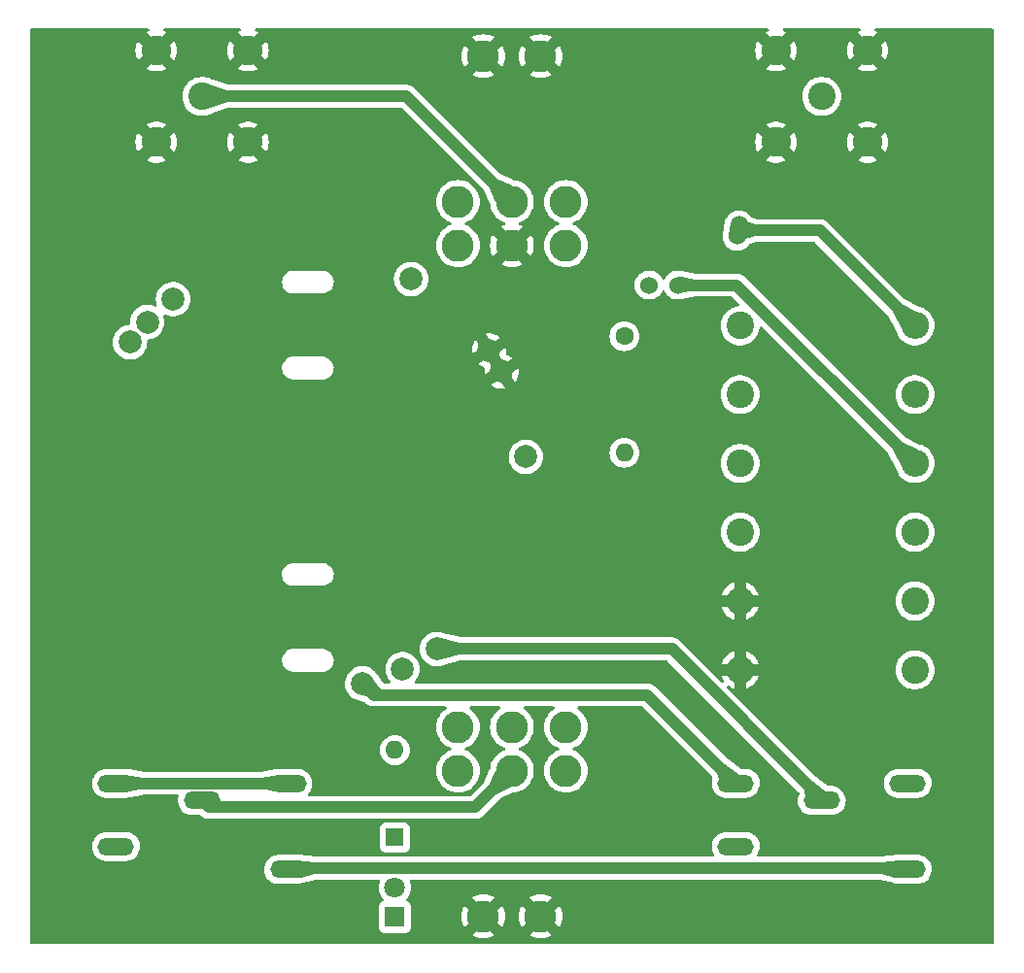
<source format=gbr>
%TF.GenerationSoftware,KiCad,Pcbnew,7.0.2*%
%TF.CreationDate,2023-07-09T20:18:23+08:00*%
%TF.ProjectId,z-match-2,7a2d6d61-7463-4682-9d32-2e6b69636164,rev?*%
%TF.SameCoordinates,Original*%
%TF.FileFunction,Copper,L2,Bot*%
%TF.FilePolarity,Positive*%
%FSLAX46Y46*%
G04 Gerber Fmt 4.6, Leading zero omitted, Abs format (unit mm)*
G04 Created by KiCad (PCBNEW 7.0.2) date 2023-07-09 20:18:23*
%MOMM*%
%LPD*%
G01*
G04 APERTURE LIST*
G04 Aperture macros list*
%AMHorizOval*
0 Thick line with rounded ends*
0 $1 width*
0 $2 $3 position (X,Y) of the first rounded end (center of the circle)*
0 $4 $5 position (X,Y) of the second rounded end (center of the circle)*
0 Add line between two ends*
20,1,$1,$2,$3,$4,$5,0*
0 Add two circle primitives to create the rounded ends*
1,1,$1,$2,$3*
1,1,$1,$4,$5*%
G04 Aperture macros list end*
%TA.AperFunction,ComponentPad*%
%ADD10R,1.600000X1.600000*%
%TD*%
%TA.AperFunction,ComponentPad*%
%ADD11O,1.600000X1.600000*%
%TD*%
%TA.AperFunction,ComponentPad*%
%ADD12O,3.175000X1.524000*%
%TD*%
%TA.AperFunction,ComponentPad*%
%ADD13R,1.800000X1.800000*%
%TD*%
%TA.AperFunction,ComponentPad*%
%ADD14C,1.800000*%
%TD*%
%TA.AperFunction,ComponentPad*%
%ADD15C,2.400000*%
%TD*%
%TA.AperFunction,ComponentPad*%
%ADD16O,2.400000X2.400000*%
%TD*%
%TA.AperFunction,ComponentPad*%
%ADD17C,1.600000*%
%TD*%
%TA.AperFunction,ComponentPad*%
%ADD18C,2.600000*%
%TD*%
%TA.AperFunction,ComponentPad*%
%ADD19C,2.000000*%
%TD*%
%TA.AperFunction,ComponentPad*%
%ADD20C,2.800000*%
%TD*%
%TA.AperFunction,ComponentPad*%
%ADD21C,1.524000*%
%TD*%
%TA.AperFunction,ComponentPad*%
%ADD22HorizOval,1.524000X-0.088213X-0.500282X0.088213X0.500282X0*%
%TD*%
%TA.AperFunction,Conductor*%
%ADD23C,1.000000*%
%TD*%
G04 APERTURE END LIST*
D10*
X89800000Y-130610000D03*
D11*
X89800000Y-122990000D03*
D12*
X73000000Y-127400000D03*
X80500000Y-125900000D03*
X80500000Y-133400000D03*
X65500000Y-125900000D03*
X65500000Y-131400000D03*
D13*
X89800000Y-137540000D03*
D14*
X89800000Y-135000000D03*
D15*
X119880000Y-92000000D03*
D16*
X135120000Y-92000000D03*
D17*
X109800000Y-86920000D03*
D11*
X109800000Y-97080000D03*
D15*
X119880000Y-104000000D03*
D16*
X135120000Y-104000000D03*
D12*
X127000000Y-127400000D03*
X134500000Y-125900000D03*
X134500000Y-133400000D03*
X119500000Y-125900000D03*
X119500000Y-131400000D03*
D15*
X119880000Y-86000000D03*
D16*
X135120000Y-86000000D03*
D15*
X127000000Y-66000000D03*
D18*
X123000000Y-62000000D03*
X123000000Y-70000000D03*
X131000000Y-62000000D03*
X131000000Y-70000000D03*
D15*
X73000000Y-66000000D03*
D18*
X69000000Y-62000000D03*
X69000000Y-70000000D03*
X77000000Y-62000000D03*
X77000000Y-70000000D03*
D15*
X119880000Y-98000000D03*
D16*
X135120000Y-98000000D03*
D19*
X93465000Y-114182500D03*
X98015000Y-88182500D03*
X99115000Y-89982500D03*
X66715000Y-87432500D03*
X68215000Y-85682500D03*
X86965000Y-117182500D03*
X101215000Y-97432500D03*
X91215000Y-81932500D03*
X90465000Y-115932500D03*
X70465000Y-83682500D03*
D20*
X102500000Y-62500000D03*
X97500000Y-62500000D03*
X104700000Y-79000000D03*
X100000000Y-79000000D03*
X95300000Y-79000000D03*
X104700000Y-75200000D03*
X100000000Y-75200000D03*
X95300000Y-75200000D03*
X97500000Y-137500000D03*
X102500000Y-137500000D03*
X95300000Y-121000000D03*
X100000000Y-121000000D03*
X104700000Y-121000000D03*
X95300000Y-124800000D03*
X100000000Y-124800000D03*
X104700000Y-124800000D03*
D15*
X135120000Y-116000000D03*
D16*
X119880000Y-116000000D03*
D21*
X114450000Y-82450000D03*
D22*
X119700000Y-77700000D03*
D21*
X111950000Y-82450000D03*
D15*
X135120000Y-110000000D03*
D16*
X119880000Y-110000000D03*
D23*
X114450000Y-82450000D02*
X119570000Y-82450000D01*
X119570000Y-82450000D02*
X135120000Y-98000000D01*
X90800000Y-66000000D02*
X100000000Y-75200000D01*
X73000000Y-66000000D02*
X90800000Y-66000000D01*
X100000000Y-124800000D02*
X96800000Y-128000000D01*
X96800000Y-128000000D02*
X73600000Y-128000000D01*
X73600000Y-128000000D02*
X73000000Y-127400000D01*
X93465000Y-114182500D02*
X113932500Y-114182500D01*
X113932500Y-114182500D02*
X127000000Y-127250000D01*
X80615000Y-133285000D02*
X134385000Y-133285000D01*
X65512000Y-125888000D02*
X80488000Y-125888000D01*
X134385000Y-133285000D02*
X134500000Y-133400000D01*
X80500000Y-133400000D02*
X80615000Y-133285000D01*
X80488000Y-125888000D02*
X80500000Y-125900000D01*
X65500000Y-125900000D02*
X65512000Y-125888000D01*
X126820000Y-77700000D02*
X135120000Y-86000000D01*
X119700000Y-77700000D02*
X126820000Y-77700000D01*
X87965000Y-118182500D02*
X111782500Y-118182500D01*
X111782500Y-118182500D02*
X119500000Y-125900000D01*
X86965000Y-117182500D02*
X87965000Y-118182500D01*
%TA.AperFunction,Conductor*%
G36*
X68350683Y-60105185D02*
G01*
X68396438Y-60157989D01*
X68406382Y-60227147D01*
X68377357Y-60290703D01*
X68337445Y-60321220D01*
X68128803Y-60421695D01*
X68128803Y-60421696D01*
X69000000Y-61292893D01*
X69000001Y-61292893D01*
X69871196Y-60421697D01*
X69871195Y-60421695D01*
X69662555Y-60321220D01*
X69610695Y-60274398D01*
X69592382Y-60206971D01*
X69613430Y-60140347D01*
X69667156Y-60095678D01*
X69716356Y-60085500D01*
X76283644Y-60085500D01*
X76350683Y-60105185D01*
X76396438Y-60157989D01*
X76406382Y-60227147D01*
X76377357Y-60290703D01*
X76337445Y-60321220D01*
X76128803Y-60421695D01*
X76128803Y-60421696D01*
X76999999Y-61292892D01*
X77871195Y-60421696D01*
X77871195Y-60421695D01*
X77662555Y-60321220D01*
X77610695Y-60274398D01*
X77592382Y-60206971D01*
X77613430Y-60140347D01*
X77667156Y-60095678D01*
X77716356Y-60085500D01*
X122283644Y-60085500D01*
X122350683Y-60105185D01*
X122396438Y-60157989D01*
X122406382Y-60227147D01*
X122377357Y-60290703D01*
X122337445Y-60321220D01*
X122128803Y-60421695D01*
X122128803Y-60421696D01*
X123000000Y-61292893D01*
X123000001Y-61292893D01*
X123871196Y-60421697D01*
X123871195Y-60421695D01*
X123662555Y-60321220D01*
X123610695Y-60274398D01*
X123592382Y-60206971D01*
X123613430Y-60140347D01*
X123667156Y-60095678D01*
X123716356Y-60085500D01*
X130283644Y-60085500D01*
X130350683Y-60105185D01*
X130396438Y-60157989D01*
X130406382Y-60227147D01*
X130377357Y-60290703D01*
X130337445Y-60321220D01*
X130128803Y-60421695D01*
X130128803Y-60421696D01*
X130999999Y-61292892D01*
X131871195Y-60421696D01*
X131871195Y-60421695D01*
X131662555Y-60321220D01*
X131610695Y-60274398D01*
X131592382Y-60206971D01*
X131613430Y-60140347D01*
X131667156Y-60095678D01*
X131716356Y-60085500D01*
X141865500Y-60085500D01*
X141932539Y-60105185D01*
X141978294Y-60157989D01*
X141989500Y-60209500D01*
X141989500Y-139790500D01*
X141969815Y-139857539D01*
X141917011Y-139903294D01*
X141865500Y-139914500D01*
X58134500Y-139914500D01*
X58067461Y-139894815D01*
X58021706Y-139842011D01*
X58010500Y-139790500D01*
X58010500Y-133456869D01*
X78408172Y-133456869D01*
X78438677Y-133682067D01*
X78474303Y-133791711D01*
X78508904Y-133898200D01*
X78616592Y-134098319D01*
X78758283Y-134275993D01*
X78929418Y-134425509D01*
X78929419Y-134425510D01*
X78929422Y-134425512D01*
X79124508Y-134542071D01*
X79124509Y-134542071D01*
X79124512Y-134542073D01*
X79337270Y-134621922D01*
X79560872Y-134662500D01*
X79560873Y-134662500D01*
X81379422Y-134662500D01*
X81382199Y-134662500D01*
X81551839Y-134647232D01*
X81726840Y-134598935D01*
X81780794Y-134584045D01*
X81784936Y-134582516D01*
X82895572Y-134289599D01*
X82927194Y-134285500D01*
X88394304Y-134285500D01*
X88461343Y-134305185D01*
X88507098Y-134357989D01*
X88517042Y-134427147D01*
X88507860Y-134459310D01*
X88470844Y-134543696D01*
X88470842Y-134543700D01*
X88470843Y-134543700D01*
X88440759Y-134662500D01*
X88413865Y-134768700D01*
X88394699Y-135000000D01*
X88413865Y-135231299D01*
X88413865Y-135231301D01*
X88413866Y-135231305D01*
X88470843Y-135456300D01*
X88564076Y-135668849D01*
X88691021Y-135863153D01*
X88785803Y-135966114D01*
X88816724Y-136028767D01*
X88808864Y-136098193D01*
X88764717Y-136152348D01*
X88737906Y-136166276D01*
X88657671Y-136196202D01*
X88542454Y-136282454D01*
X88456204Y-136397668D01*
X88405910Y-136532515D01*
X88405909Y-136532517D01*
X88399500Y-136592127D01*
X88399500Y-136595448D01*
X88399500Y-136595449D01*
X88399500Y-138484560D01*
X88399500Y-138484578D01*
X88399501Y-138487872D01*
X88405909Y-138547483D01*
X88456204Y-138682331D01*
X88542454Y-138797546D01*
X88657669Y-138883796D01*
X88792517Y-138934091D01*
X88852127Y-138940500D01*
X90747872Y-138940499D01*
X90807483Y-138934091D01*
X90942331Y-138883796D01*
X91057546Y-138797546D01*
X91143796Y-138682331D01*
X91194091Y-138547483D01*
X91200500Y-138487873D01*
X91200499Y-137500000D01*
X95595146Y-137500000D01*
X95614536Y-137771089D01*
X95672306Y-138036657D01*
X95767284Y-138291306D01*
X95850036Y-138442854D01*
X95850037Y-138442854D01*
X96746593Y-137546298D01*
X96776616Y-137716567D01*
X96846059Y-137877553D01*
X96950756Y-138018185D01*
X97085062Y-138130882D01*
X97241739Y-138209568D01*
X97412338Y-138250000D01*
X97457107Y-138250000D01*
X96557144Y-139149961D01*
X96557144Y-139149962D01*
X96708694Y-139232715D01*
X96963342Y-139327693D01*
X97228910Y-139385463D01*
X97500000Y-139404853D01*
X97771089Y-139385463D01*
X98036654Y-139327694D01*
X98291307Y-139232713D01*
X98442854Y-139149962D01*
X98442854Y-139149961D01*
X97542893Y-138250000D01*
X97543684Y-138250000D01*
X97674139Y-138234752D01*
X97838891Y-138174787D01*
X97985373Y-138078445D01*
X98105688Y-137950918D01*
X98193350Y-137799082D01*
X98243634Y-137631123D01*
X98248840Y-137541733D01*
X99149961Y-138442854D01*
X99149962Y-138442854D01*
X99232713Y-138291307D01*
X99327694Y-138036654D01*
X99385463Y-137771089D01*
X99404853Y-137500000D01*
X100595146Y-137500000D01*
X100614536Y-137771089D01*
X100672306Y-138036657D01*
X100767284Y-138291306D01*
X100850036Y-138442854D01*
X100850037Y-138442854D01*
X101746593Y-137546298D01*
X101776616Y-137716567D01*
X101846059Y-137877553D01*
X101950756Y-138018185D01*
X102085062Y-138130882D01*
X102241739Y-138209568D01*
X102412338Y-138250000D01*
X102457107Y-138250000D01*
X101557144Y-139149961D01*
X101557144Y-139149962D01*
X101708694Y-139232715D01*
X101963342Y-139327693D01*
X102228910Y-139385463D01*
X102500000Y-139404853D01*
X102771089Y-139385463D01*
X103036654Y-139327694D01*
X103291307Y-139232713D01*
X103442854Y-139149962D01*
X103442854Y-139149961D01*
X102542893Y-138250000D01*
X102543684Y-138250000D01*
X102674139Y-138234752D01*
X102838891Y-138174787D01*
X102985373Y-138078445D01*
X103105688Y-137950918D01*
X103193350Y-137799082D01*
X103243634Y-137631123D01*
X103248840Y-137541734D01*
X104149961Y-138442854D01*
X104149962Y-138442854D01*
X104232713Y-138291307D01*
X104327694Y-138036654D01*
X104385463Y-137771089D01*
X104404853Y-137500000D01*
X104385463Y-137228910D01*
X104327693Y-136963342D01*
X104232715Y-136708694D01*
X104149961Y-136557144D01*
X103253405Y-137453699D01*
X103223384Y-137283433D01*
X103153941Y-137122447D01*
X103049244Y-136981815D01*
X102914938Y-136869118D01*
X102758261Y-136790432D01*
X102587662Y-136750000D01*
X102542894Y-136750000D01*
X103442854Y-135850037D01*
X103442854Y-135850036D01*
X103291306Y-135767284D01*
X103036657Y-135672306D01*
X102771089Y-135614536D01*
X102500000Y-135595146D01*
X102228910Y-135614536D01*
X101963342Y-135672306D01*
X101708690Y-135767286D01*
X101557144Y-135850035D01*
X101557144Y-135850037D01*
X102457107Y-136750000D01*
X102456316Y-136750000D01*
X102325861Y-136765248D01*
X102161109Y-136825213D01*
X102014627Y-136921555D01*
X101894312Y-137049082D01*
X101806650Y-137200918D01*
X101756366Y-137368877D01*
X101751159Y-137458267D01*
X100850037Y-136557144D01*
X100850035Y-136557144D01*
X100767286Y-136708690D01*
X100672306Y-136963342D01*
X100614536Y-137228910D01*
X100595146Y-137500000D01*
X99404853Y-137500000D01*
X99385463Y-137228910D01*
X99327693Y-136963342D01*
X99232715Y-136708694D01*
X99149961Y-136557144D01*
X98253405Y-137453700D01*
X98223384Y-137283433D01*
X98153941Y-137122447D01*
X98049244Y-136981815D01*
X97914938Y-136869118D01*
X97758261Y-136790432D01*
X97587662Y-136750000D01*
X97542894Y-136750000D01*
X98442854Y-135850037D01*
X98442854Y-135850036D01*
X98291306Y-135767284D01*
X98036657Y-135672306D01*
X97771089Y-135614536D01*
X97500000Y-135595146D01*
X97228910Y-135614536D01*
X96963342Y-135672306D01*
X96708690Y-135767286D01*
X96557144Y-135850035D01*
X96557144Y-135850037D01*
X97457107Y-136750000D01*
X97456316Y-136750000D01*
X97325861Y-136765248D01*
X97161109Y-136825213D01*
X97014627Y-136921555D01*
X96894312Y-137049082D01*
X96806650Y-137200918D01*
X96756366Y-137368877D01*
X96751159Y-137458266D01*
X95850037Y-136557144D01*
X95850035Y-136557144D01*
X95767286Y-136708690D01*
X95672306Y-136963342D01*
X95614536Y-137228910D01*
X95595146Y-137500000D01*
X91200499Y-137500000D01*
X91200499Y-136592128D01*
X91194091Y-136532517D01*
X91143796Y-136397669D01*
X91057546Y-136282454D01*
X90942331Y-136196204D01*
X90889357Y-136176446D01*
X90862093Y-136166277D01*
X90806160Y-136124405D01*
X90781743Y-136058940D01*
X90796595Y-135990668D01*
X90814194Y-135966116D01*
X90908979Y-135863153D01*
X91035924Y-135668849D01*
X91129157Y-135456300D01*
X91186134Y-135231305D01*
X91205300Y-135000000D01*
X91186134Y-134768695D01*
X91129157Y-134543700D01*
X91092140Y-134459310D01*
X91083237Y-134390010D01*
X91113214Y-134326898D01*
X91172554Y-134290011D01*
X91205696Y-134285500D01*
X132072817Y-134285500D01*
X132104431Y-134289597D01*
X133257445Y-134593619D01*
X133257836Y-134593715D01*
X133258686Y-134593868D01*
X133276023Y-134598935D01*
X133337273Y-134621923D01*
X133560872Y-134662500D01*
X133560873Y-134662500D01*
X135379422Y-134662500D01*
X135382199Y-134662500D01*
X135551839Y-134647232D01*
X135770904Y-134586774D01*
X135869764Y-134539165D01*
X135975650Y-134488174D01*
X136015378Y-134459310D01*
X136159505Y-134354596D01*
X136316552Y-134190338D01*
X136441746Y-134000677D01*
X136531062Y-133791711D01*
X136581631Y-133570154D01*
X136591827Y-133343129D01*
X136561322Y-133117932D01*
X136491096Y-132901800D01*
X136383408Y-132701681D01*
X136241717Y-132524007D01*
X136200703Y-132488174D01*
X136070581Y-132374490D01*
X136037284Y-132354596D01*
X135875492Y-132257929D01*
X135875487Y-132257926D01*
X135662729Y-132178077D01*
X135439128Y-132137500D01*
X135439127Y-132137500D01*
X133668901Y-132137500D01*
X133663299Y-132137373D01*
X133620022Y-132135415D01*
X132134666Y-132280872D01*
X132132868Y-132281088D01*
X132114011Y-132283505D01*
X132098331Y-132284500D01*
X121484827Y-132284500D01*
X121417788Y-132264815D01*
X121372033Y-132212011D01*
X121362089Y-132142853D01*
X121381340Y-132092189D01*
X121397436Y-132067802D01*
X121441746Y-132000677D01*
X121531062Y-131791711D01*
X121581631Y-131570154D01*
X121591827Y-131343129D01*
X121561322Y-131117932D01*
X121491096Y-130901800D01*
X121383408Y-130701681D01*
X121241717Y-130524007D01*
X121151751Y-130445406D01*
X121070581Y-130374490D01*
X120875487Y-130257926D01*
X120662729Y-130178077D01*
X120439128Y-130137500D01*
X120439127Y-130137500D01*
X118617801Y-130137500D01*
X118615051Y-130137747D01*
X118615039Y-130137748D01*
X118448157Y-130152768D01*
X118229094Y-130213226D01*
X118024349Y-130311825D01*
X117840492Y-130445406D01*
X117683447Y-130609661D01*
X117558253Y-130799324D01*
X117468937Y-131008287D01*
X117418369Y-131229845D01*
X117408172Y-131456869D01*
X117438677Y-131682067D01*
X117474303Y-131791711D01*
X117508904Y-131898200D01*
X117616592Y-132098319D01*
X117616595Y-132098323D01*
X117618434Y-132101740D01*
X117632868Y-132170103D01*
X117608050Y-132235417D01*
X117551862Y-132276945D01*
X117509240Y-132284500D01*
X82895105Y-132284500D01*
X82865587Y-132280935D01*
X82865420Y-132280894D01*
X82865334Y-132280873D01*
X81488569Y-132146050D01*
X81478514Y-132144647D01*
X81439130Y-132137500D01*
X81439127Y-132137500D01*
X81407314Y-132137500D01*
X81395229Y-132136910D01*
X81379952Y-132135414D01*
X81365893Y-132134248D01*
X81365873Y-132134247D01*
X81364892Y-132134166D01*
X81364258Y-132134123D01*
X81362190Y-132134121D01*
X81362171Y-132134121D01*
X81296692Y-132134079D01*
X81296498Y-132134079D01*
X81296497Y-132134079D01*
X81296495Y-132134079D01*
X81293120Y-132134796D01*
X81267368Y-132137500D01*
X79617801Y-132137500D01*
X79615051Y-132137747D01*
X79615039Y-132137748D01*
X79448157Y-132152768D01*
X79229094Y-132213226D01*
X79024349Y-132311825D01*
X78840492Y-132445406D01*
X78683447Y-132609661D01*
X78558253Y-132799324D01*
X78468937Y-133008287D01*
X78418369Y-133229845D01*
X78408172Y-133456869D01*
X58010500Y-133456869D01*
X58010500Y-131456869D01*
X63408172Y-131456869D01*
X63438677Y-131682067D01*
X63474303Y-131791711D01*
X63508904Y-131898200D01*
X63616592Y-132098319D01*
X63707259Y-132212011D01*
X63758283Y-132275993D01*
X63929418Y-132425509D01*
X63929419Y-132425510D01*
X63929422Y-132425512D01*
X64124508Y-132542071D01*
X64124509Y-132542071D01*
X64124512Y-132542073D01*
X64337270Y-132621922D01*
X64560872Y-132662500D01*
X64560873Y-132662500D01*
X66379422Y-132662500D01*
X66382199Y-132662500D01*
X66551839Y-132647232D01*
X66770904Y-132586774D01*
X66901243Y-132524006D01*
X66975650Y-132488174D01*
X67034515Y-132445406D01*
X67159505Y-132354596D01*
X67316552Y-132190338D01*
X67441746Y-132000677D01*
X67531062Y-131791711D01*
X67581631Y-131570154D01*
X67586822Y-131454578D01*
X88499500Y-131454578D01*
X88499501Y-131457872D01*
X88505909Y-131517483D01*
X88556204Y-131652331D01*
X88642454Y-131767546D01*
X88757669Y-131853796D01*
X88892517Y-131904091D01*
X88952127Y-131910500D01*
X90647872Y-131910499D01*
X90707483Y-131904091D01*
X90842331Y-131853796D01*
X90957546Y-131767546D01*
X91043796Y-131652331D01*
X91094091Y-131517483D01*
X91100500Y-131457873D01*
X91100499Y-129762128D01*
X91094091Y-129702517D01*
X91043796Y-129567669D01*
X90957546Y-129452454D01*
X90842331Y-129366204D01*
X90707483Y-129315909D01*
X90647873Y-129309500D01*
X90644550Y-129309500D01*
X88955439Y-129309500D01*
X88955420Y-129309500D01*
X88952128Y-129309501D01*
X88948848Y-129309853D01*
X88948840Y-129309854D01*
X88892515Y-129315909D01*
X88757669Y-129366204D01*
X88642454Y-129452454D01*
X88556204Y-129567668D01*
X88505910Y-129702515D01*
X88505909Y-129702517D01*
X88499500Y-129762127D01*
X88499500Y-129765448D01*
X88499500Y-129765449D01*
X88499500Y-131454560D01*
X88499500Y-131454578D01*
X67586822Y-131454578D01*
X67591827Y-131343129D01*
X67561322Y-131117932D01*
X67491096Y-130901800D01*
X67383408Y-130701681D01*
X67241717Y-130524007D01*
X67151751Y-130445406D01*
X67070581Y-130374490D01*
X66875487Y-130257926D01*
X66662729Y-130178077D01*
X66439128Y-130137500D01*
X66439127Y-130137500D01*
X64617801Y-130137500D01*
X64615051Y-130137747D01*
X64615039Y-130137748D01*
X64448157Y-130152768D01*
X64229094Y-130213226D01*
X64024349Y-130311825D01*
X63840492Y-130445406D01*
X63683447Y-130609661D01*
X63558253Y-130799324D01*
X63468937Y-131008287D01*
X63418369Y-131229845D01*
X63408172Y-131456869D01*
X58010500Y-131456869D01*
X58010500Y-125956869D01*
X63408172Y-125956869D01*
X63438677Y-126182067D01*
X63457491Y-126239968D01*
X63508904Y-126398200D01*
X63616592Y-126598319D01*
X63693516Y-126694778D01*
X63758283Y-126775993D01*
X63929418Y-126925509D01*
X63929419Y-126925510D01*
X63929422Y-126925512D01*
X64124508Y-127042071D01*
X64124509Y-127042071D01*
X64124512Y-127042073D01*
X64337270Y-127121922D01*
X64560872Y-127162500D01*
X64560873Y-127162500D01*
X66379422Y-127162500D01*
X66382199Y-127162500D01*
X66551839Y-127147232D01*
X66678827Y-127112185D01*
X66689860Y-127109676D01*
X67705809Y-126927011D01*
X67909116Y-126890457D01*
X67931059Y-126888500D01*
X70840788Y-126888500D01*
X70907827Y-126908185D01*
X70953582Y-126960989D01*
X70963526Y-127030147D01*
X70961679Y-127040092D01*
X70918369Y-127229845D01*
X70908172Y-127456869D01*
X70938677Y-127682067D01*
X70974303Y-127791711D01*
X71008904Y-127898200D01*
X71116592Y-128098319D01*
X71258282Y-128275993D01*
X71258283Y-128275993D01*
X71429418Y-128425509D01*
X71429419Y-128425510D01*
X71429422Y-128425512D01*
X71624508Y-128542071D01*
X71624509Y-128542071D01*
X71624512Y-128542073D01*
X71837270Y-128621922D01*
X72060872Y-128662500D01*
X72060873Y-128662500D01*
X72796145Y-128662500D01*
X72863184Y-128682185D01*
X72886019Y-128701068D01*
X72944941Y-128763054D01*
X72993362Y-128796755D01*
X73000871Y-128802416D01*
X73046593Y-128839698D01*
X73073562Y-128853785D01*
X73086982Y-128861916D01*
X73111949Y-128879294D01*
X73111950Y-128879294D01*
X73111951Y-128879295D01*
X73140105Y-128891377D01*
X73166163Y-128902559D01*
X73174673Y-128906601D01*
X73226951Y-128933909D01*
X73256200Y-128942277D01*
X73270970Y-128947535D01*
X73298942Y-128959540D01*
X73298945Y-128959540D01*
X73298946Y-128959541D01*
X73356726Y-128971414D01*
X73365869Y-128973657D01*
X73422582Y-128989886D01*
X73452920Y-128992196D01*
X73468448Y-128994373D01*
X73498259Y-129000500D01*
X73557244Y-129000500D01*
X73566659Y-129000858D01*
X73570806Y-129001173D01*
X73625476Y-129005337D01*
X73652278Y-129001923D01*
X73655652Y-129001494D01*
X73671317Y-129000500D01*
X96785721Y-129000500D01*
X96788862Y-129000539D01*
X96876363Y-129002757D01*
X96934432Y-128992348D01*
X96943736Y-128991043D01*
X97002438Y-128985074D01*
X97031467Y-128975965D01*
X97046700Y-128972226D01*
X97076653Y-128966858D01*
X97131426Y-128944978D01*
X97140301Y-128941819D01*
X97157675Y-128936367D01*
X97196588Y-128924159D01*
X97223194Y-128909390D01*
X97237362Y-128902662D01*
X97265617Y-128891377D01*
X97314879Y-128858909D01*
X97322910Y-128854043D01*
X97374502Y-128825409D01*
X97397587Y-128805589D01*
X97410114Y-128796144D01*
X97435519Y-128779402D01*
X97477251Y-128737668D01*
X97484123Y-128731300D01*
X97528895Y-128692866D01*
X97547519Y-128668803D01*
X97557880Y-128657039D01*
X98935889Y-127279030D01*
X98970317Y-127254730D01*
X99022648Y-127229846D01*
X100126776Y-126704811D01*
X100171179Y-126693111D01*
X100271160Y-126685961D01*
X100536801Y-126628175D01*
X100791513Y-126533172D01*
X101030113Y-126402887D01*
X101247742Y-126239971D01*
X101439971Y-126047742D01*
X101602887Y-125830113D01*
X101733172Y-125591513D01*
X101828175Y-125336801D01*
X101885961Y-125071160D01*
X101905355Y-124800000D01*
X101885961Y-124528840D01*
X101828175Y-124263199D01*
X101733172Y-124008487D01*
X101709864Y-123965802D01*
X101602890Y-123769891D01*
X101601685Y-123768281D01*
X101439971Y-123552258D01*
X101247742Y-123360029D01*
X101103726Y-123252219D01*
X101030108Y-123197109D01*
X100791519Y-123066831D01*
X100791517Y-123066830D01*
X100791513Y-123066828D01*
X100655721Y-123016180D01*
X100599791Y-122974310D01*
X100575374Y-122908846D01*
X100590226Y-122840573D01*
X100639631Y-122791168D01*
X100655713Y-122783822D01*
X100791513Y-122733172D01*
X101030113Y-122602887D01*
X101247742Y-122439971D01*
X101439971Y-122247742D01*
X101602887Y-122030113D01*
X101733172Y-121791513D01*
X101828175Y-121536801D01*
X101885961Y-121271160D01*
X101905355Y-121000000D01*
X101885961Y-120728840D01*
X101828175Y-120463199D01*
X101733172Y-120208487D01*
X101709864Y-120165802D01*
X101602890Y-119969891D01*
X101601685Y-119968281D01*
X101439971Y-119752258D01*
X101247742Y-119560029D01*
X101042340Y-119406266D01*
X101000470Y-119350333D01*
X100995486Y-119280641D01*
X101028971Y-119219318D01*
X101090294Y-119185834D01*
X101116652Y-119183000D01*
X103583348Y-119183000D01*
X103650387Y-119202685D01*
X103696142Y-119255489D01*
X103706086Y-119324647D01*
X103677061Y-119388203D01*
X103657659Y-119406267D01*
X103452255Y-119560031D01*
X103260031Y-119752255D01*
X103097109Y-119969891D01*
X102966831Y-120208480D01*
X102871823Y-120463203D01*
X102814039Y-120728838D01*
X102794644Y-120999999D01*
X102814039Y-121271161D01*
X102871823Y-121536796D01*
X102871825Y-121536801D01*
X102966828Y-121791513D01*
X102966830Y-121791517D01*
X102966831Y-121791519D01*
X103097109Y-122030108D01*
X103097113Y-122030113D01*
X103260029Y-122247742D01*
X103452258Y-122439971D01*
X103590561Y-122543504D01*
X103669891Y-122602890D01*
X103865802Y-122709864D01*
X103908487Y-122733172D01*
X104044276Y-122783818D01*
X104100208Y-122825690D01*
X104124625Y-122891154D01*
X104109773Y-122959427D01*
X104060367Y-123008832D01*
X104044280Y-123016179D01*
X103908487Y-123066828D01*
X103908484Y-123066829D01*
X103908480Y-123066831D01*
X103669891Y-123197109D01*
X103452255Y-123360031D01*
X103260031Y-123552255D01*
X103097109Y-123769891D01*
X102966831Y-124008480D01*
X102871823Y-124263203D01*
X102814039Y-124528838D01*
X102794644Y-124800000D01*
X102814039Y-125071161D01*
X102871823Y-125336796D01*
X102878197Y-125353885D01*
X102966828Y-125591513D01*
X102966830Y-125591517D01*
X102966831Y-125591519D01*
X103097109Y-125830108D01*
X103097113Y-125830113D01*
X103260029Y-126047742D01*
X103452258Y-126239971D01*
X103631951Y-126374488D01*
X103669891Y-126402890D01*
X103848973Y-126500675D01*
X103908487Y-126533172D01*
X104163199Y-126628175D01*
X104163202Y-126628175D01*
X104163203Y-126628176D01*
X104212852Y-126638976D01*
X104428840Y-126685961D01*
X104700000Y-126705355D01*
X104971160Y-126685961D01*
X105236801Y-126628175D01*
X105491513Y-126533172D01*
X105730113Y-126402887D01*
X105947742Y-126239971D01*
X106139971Y-126047742D01*
X106302887Y-125830113D01*
X106433172Y-125591513D01*
X106528175Y-125336801D01*
X106585961Y-125071160D01*
X106605355Y-124800000D01*
X106585961Y-124528840D01*
X106528175Y-124263199D01*
X106433172Y-124008487D01*
X106409864Y-123965802D01*
X106302890Y-123769891D01*
X106301685Y-123768281D01*
X106139971Y-123552258D01*
X105947742Y-123360029D01*
X105803726Y-123252219D01*
X105730108Y-123197109D01*
X105491519Y-123066831D01*
X105491517Y-123066830D01*
X105491513Y-123066828D01*
X105355721Y-123016180D01*
X105299791Y-122974310D01*
X105275374Y-122908846D01*
X105290226Y-122840573D01*
X105339631Y-122791168D01*
X105355713Y-122783822D01*
X105491513Y-122733172D01*
X105730113Y-122602887D01*
X105947742Y-122439971D01*
X106139971Y-122247742D01*
X106302887Y-122030113D01*
X106433172Y-121791513D01*
X106528175Y-121536801D01*
X106585961Y-121271160D01*
X106605355Y-121000000D01*
X106585961Y-120728840D01*
X106528175Y-120463199D01*
X106433172Y-120208487D01*
X106409864Y-120165802D01*
X106302890Y-119969891D01*
X106301685Y-119968281D01*
X106139971Y-119752258D01*
X105947742Y-119560029D01*
X105742340Y-119406266D01*
X105700470Y-119350333D01*
X105695486Y-119280641D01*
X105728971Y-119219318D01*
X105790294Y-119185834D01*
X105816652Y-119183000D01*
X111316717Y-119183000D01*
X111383756Y-119202685D01*
X111404398Y-119219319D01*
X117380455Y-125195375D01*
X117410250Y-125243365D01*
X117470990Y-125423143D01*
X117473800Y-125492957D01*
X117469565Y-125505539D01*
X117418369Y-125729845D01*
X117408172Y-125956869D01*
X117438677Y-126182067D01*
X117457491Y-126239968D01*
X117508904Y-126398200D01*
X117616592Y-126598319D01*
X117693516Y-126694778D01*
X117758283Y-126775993D01*
X117929418Y-126925509D01*
X117929419Y-126925510D01*
X117929422Y-126925512D01*
X118124508Y-127042071D01*
X118124509Y-127042071D01*
X118124512Y-127042073D01*
X118337270Y-127121922D01*
X118560872Y-127162500D01*
X118560873Y-127162500D01*
X120379422Y-127162500D01*
X120382199Y-127162500D01*
X120551839Y-127147232D01*
X120770904Y-127086774D01*
X120933880Y-127008289D01*
X120975650Y-126988174D01*
X121013067Y-126960989D01*
X121159505Y-126854596D01*
X121316552Y-126690338D01*
X121441746Y-126500677D01*
X121531062Y-126291711D01*
X121581631Y-126070154D01*
X121591827Y-125843129D01*
X121561322Y-125617932D01*
X121491096Y-125401800D01*
X121383408Y-125201681D01*
X121241717Y-125024007D01*
X121151751Y-124945406D01*
X121070581Y-124874490D01*
X120875487Y-124757926D01*
X120662729Y-124678077D01*
X120439128Y-124637500D01*
X120439127Y-124637500D01*
X120022670Y-124637500D01*
X119955631Y-124617815D01*
X119951112Y-124614769D01*
X118864221Y-123846765D01*
X118848098Y-123833177D01*
X112500067Y-117485147D01*
X112497912Y-117482938D01*
X112437559Y-117419447D01*
X112389140Y-117385746D01*
X112381618Y-117380075D01*
X112335905Y-117342800D01*
X112308940Y-117328715D01*
X112295519Y-117320584D01*
X112270549Y-117303205D01*
X112270548Y-117303204D01*
X112270546Y-117303203D01*
X112216345Y-117279943D01*
X112207836Y-117275902D01*
X112155553Y-117248592D01*
X112149626Y-117246896D01*
X112126298Y-117240221D01*
X112111520Y-117234959D01*
X112083558Y-117222960D01*
X112025772Y-117211083D01*
X112016628Y-117208838D01*
X111959921Y-117192613D01*
X111929575Y-117190302D01*
X111914034Y-117188122D01*
X111884242Y-117182000D01*
X111884241Y-117182000D01*
X111825258Y-117182000D01*
X111815844Y-117181642D01*
X111806698Y-117180945D01*
X111757024Y-117177163D01*
X111757023Y-117177163D01*
X111757022Y-117177163D01*
X111726849Y-117181006D01*
X111711183Y-117182000D01*
X91636934Y-117182000D01*
X91569895Y-117162315D01*
X91524140Y-117109511D01*
X91514196Y-117040353D01*
X91543221Y-116976797D01*
X91545681Y-116974042D01*
X91653164Y-116857285D01*
X91789173Y-116649107D01*
X91889063Y-116421381D01*
X91950108Y-116180321D01*
X91970643Y-115932500D01*
X91950108Y-115684679D01*
X91889063Y-115443619D01*
X91789173Y-115215893D01*
X91653164Y-115007715D01*
X91484744Y-114824762D01*
X91375345Y-114739613D01*
X91288514Y-114672029D01*
X91288510Y-114672026D01*
X91288509Y-114672026D01*
X91069810Y-114553672D01*
X91069806Y-114553670D01*
X91069805Y-114553670D01*
X90834615Y-114472929D01*
X90589335Y-114432000D01*
X90340665Y-114432000D01*
X90095384Y-114472929D01*
X89860194Y-114553670D01*
X89641485Y-114672029D01*
X89445259Y-114824759D01*
X89445256Y-114824761D01*
X89445256Y-114824762D01*
X89276836Y-115007715D01*
X89255958Y-115039671D01*
X89140825Y-115215895D01*
X89088676Y-115334785D01*
X89040937Y-115443619D01*
X89003164Y-115592780D01*
X88979891Y-115684683D01*
X88959356Y-115932500D01*
X88979891Y-116180316D01*
X88979891Y-116180319D01*
X88979892Y-116180321D01*
X89040937Y-116421381D01*
X89054157Y-116451519D01*
X89140825Y-116649104D01*
X89140827Y-116649107D01*
X89276836Y-116857285D01*
X89384296Y-116974018D01*
X89415218Y-117036672D01*
X89407358Y-117106098D01*
X89363211Y-117160253D01*
X89296793Y-117181944D01*
X89293066Y-117182000D01*
X88874814Y-117182000D01*
X88807775Y-117162315D01*
X88774562Y-117130976D01*
X88758937Y-117109511D01*
X88376811Y-116584556D01*
X88279971Y-116451519D01*
X88276414Y-116446364D01*
X88153162Y-116257712D01*
X88085897Y-116184642D01*
X88079792Y-116177483D01*
X88064827Y-116158522D01*
X88064819Y-116158513D01*
X88064469Y-116158070D01*
X88063289Y-116156689D01*
X88062811Y-116156224D01*
X88062923Y-116156224D01*
X88063289Y-116156689D01*
X88063659Y-116157102D01*
X88062923Y-116156224D01*
X88062811Y-116156224D01*
X88035946Y-116130103D01*
X88031178Y-116125203D01*
X87984744Y-116074762D01*
X87898853Y-116007910D01*
X87788514Y-115922029D01*
X87788510Y-115922026D01*
X87788509Y-115922026D01*
X87569810Y-115803672D01*
X87569806Y-115803670D01*
X87569805Y-115803670D01*
X87334615Y-115722929D01*
X87089335Y-115682000D01*
X86840665Y-115682000D01*
X86595384Y-115722929D01*
X86360194Y-115803670D01*
X86141485Y-115922029D01*
X85945259Y-116074759D01*
X85945256Y-116074761D01*
X85945256Y-116074762D01*
X85776836Y-116257715D01*
X85731499Y-116327107D01*
X85640825Y-116465895D01*
X85582002Y-116600000D01*
X85540937Y-116693619D01*
X85499491Y-116857285D01*
X85479891Y-116934683D01*
X85459356Y-117182500D01*
X85479891Y-117430316D01*
X85479891Y-117430319D01*
X85479892Y-117430321D01*
X85540937Y-117671381D01*
X85553710Y-117700500D01*
X85640825Y-117899104D01*
X85640827Y-117899107D01*
X85776836Y-118107285D01*
X85945256Y-118290238D01*
X85945259Y-118290240D01*
X86141485Y-118442970D01*
X86141487Y-118442971D01*
X86141491Y-118442974D01*
X86360190Y-118561328D01*
X86428861Y-118584902D01*
X86439979Y-118589332D01*
X86452827Y-118595186D01*
X86490731Y-118606279D01*
X86496093Y-118607983D01*
X86595386Y-118642071D01*
X86619895Y-118646160D01*
X86629103Y-118647697D01*
X86643526Y-118650998D01*
X87143335Y-118797279D01*
X87196184Y-118828605D01*
X87247449Y-118879870D01*
X87249642Y-118882119D01*
X87309941Y-118945553D01*
X87358358Y-118979252D01*
X87365865Y-118984913D01*
X87411593Y-119022198D01*
X87438556Y-119036282D01*
X87451980Y-119044415D01*
X87476951Y-119061795D01*
X87531163Y-119085059D01*
X87539663Y-119089095D01*
X87591951Y-119116409D01*
X87621196Y-119124777D01*
X87635986Y-119130043D01*
X87643464Y-119133252D01*
X87663942Y-119142040D01*
X87721737Y-119153916D01*
X87730854Y-119156154D01*
X87787582Y-119172387D01*
X87817916Y-119174696D01*
X87833453Y-119176874D01*
X87863259Y-119183000D01*
X87922243Y-119183000D01*
X87931657Y-119183358D01*
X87990477Y-119187837D01*
X88020652Y-119183993D01*
X88036318Y-119183000D01*
X94183348Y-119183000D01*
X94250387Y-119202685D01*
X94296142Y-119255489D01*
X94306086Y-119324647D01*
X94277061Y-119388203D01*
X94257659Y-119406267D01*
X94052255Y-119560031D01*
X93860031Y-119752255D01*
X93697109Y-119969891D01*
X93566831Y-120208480D01*
X93471823Y-120463203D01*
X93414039Y-120728838D01*
X93394644Y-121000000D01*
X93414039Y-121271161D01*
X93471823Y-121536796D01*
X93471825Y-121536801D01*
X93566828Y-121791513D01*
X93566830Y-121791517D01*
X93566831Y-121791519D01*
X93697109Y-122030108D01*
X93697113Y-122030113D01*
X93860029Y-122247742D01*
X94052258Y-122439971D01*
X94190561Y-122543504D01*
X94269891Y-122602890D01*
X94465802Y-122709864D01*
X94508487Y-122733172D01*
X94644276Y-122783818D01*
X94700208Y-122825690D01*
X94724625Y-122891154D01*
X94709773Y-122959427D01*
X94660367Y-123008832D01*
X94644280Y-123016179D01*
X94508487Y-123066828D01*
X94508484Y-123066829D01*
X94508480Y-123066831D01*
X94269891Y-123197109D01*
X94052255Y-123360031D01*
X93860031Y-123552255D01*
X93697109Y-123769891D01*
X93566831Y-124008480D01*
X93471823Y-124263203D01*
X93414039Y-124528838D01*
X93394644Y-124800000D01*
X93414039Y-125071161D01*
X93471823Y-125336796D01*
X93478197Y-125353885D01*
X93566828Y-125591513D01*
X93566830Y-125591517D01*
X93566831Y-125591519D01*
X93697109Y-125830108D01*
X93697113Y-125830113D01*
X93860029Y-126047742D01*
X94052258Y-126239971D01*
X94231951Y-126374488D01*
X94269891Y-126402890D01*
X94448973Y-126500675D01*
X94508487Y-126533172D01*
X94763199Y-126628175D01*
X94763202Y-126628175D01*
X94763203Y-126628176D01*
X94812852Y-126638976D01*
X95028840Y-126685961D01*
X95279110Y-126703860D01*
X95299999Y-126705355D01*
X95299999Y-126705354D01*
X95300000Y-126705355D01*
X95571160Y-126685961D01*
X95836801Y-126628175D01*
X96091513Y-126533172D01*
X96330113Y-126402887D01*
X96547742Y-126239971D01*
X96739971Y-126047742D01*
X96902887Y-125830113D01*
X97033172Y-125591513D01*
X97128175Y-125336801D01*
X97185961Y-125071160D01*
X97205355Y-124800000D01*
X97185961Y-124528840D01*
X97128175Y-124263199D01*
X97033172Y-124008487D01*
X97009864Y-123965802D01*
X96902890Y-123769891D01*
X96901685Y-123768281D01*
X96739971Y-123552258D01*
X96547742Y-123360029D01*
X96403726Y-123252219D01*
X96330108Y-123197109D01*
X96091519Y-123066831D01*
X96091517Y-123066830D01*
X96091513Y-123066828D01*
X95955721Y-123016180D01*
X95899791Y-122974310D01*
X95875374Y-122908846D01*
X95890226Y-122840573D01*
X95939631Y-122791168D01*
X95955713Y-122783822D01*
X96091513Y-122733172D01*
X96330113Y-122602887D01*
X96547742Y-122439971D01*
X96739971Y-122247742D01*
X96902887Y-122030113D01*
X97033172Y-121791513D01*
X97128175Y-121536801D01*
X97185961Y-121271160D01*
X97205355Y-121000000D01*
X97185961Y-120728840D01*
X97128175Y-120463199D01*
X97033172Y-120208487D01*
X97009864Y-120165802D01*
X96902890Y-119969891D01*
X96901685Y-119968281D01*
X96739971Y-119752258D01*
X96547742Y-119560029D01*
X96342340Y-119406266D01*
X96300470Y-119350333D01*
X96295486Y-119280641D01*
X96328971Y-119219318D01*
X96390294Y-119185834D01*
X96416652Y-119183000D01*
X98883348Y-119183000D01*
X98950387Y-119202685D01*
X98996142Y-119255489D01*
X99006086Y-119324647D01*
X98977061Y-119388203D01*
X98957659Y-119406267D01*
X98752255Y-119560031D01*
X98560031Y-119752255D01*
X98397109Y-119969891D01*
X98266831Y-120208480D01*
X98171823Y-120463203D01*
X98114039Y-120728838D01*
X98094644Y-121000000D01*
X98114039Y-121271161D01*
X98171823Y-121536796D01*
X98171825Y-121536801D01*
X98266828Y-121791513D01*
X98266830Y-121791517D01*
X98266831Y-121791519D01*
X98397109Y-122030108D01*
X98397113Y-122030113D01*
X98560029Y-122247742D01*
X98752258Y-122439971D01*
X98890561Y-122543504D01*
X98969891Y-122602890D01*
X99165802Y-122709864D01*
X99208487Y-122733172D01*
X99344276Y-122783818D01*
X99400208Y-122825690D01*
X99424625Y-122891154D01*
X99409773Y-122959427D01*
X99360367Y-123008832D01*
X99344280Y-123016179D01*
X99208487Y-123066828D01*
X99208484Y-123066829D01*
X99208480Y-123066831D01*
X98969891Y-123197109D01*
X98752255Y-123360031D01*
X98560031Y-123552255D01*
X98397109Y-123769891D01*
X98266831Y-124008480D01*
X98171823Y-124263203D01*
X98114039Y-124528838D01*
X98106887Y-124628815D01*
X98095187Y-124673216D01*
X97545267Y-125829683D01*
X97520964Y-125864114D01*
X96421899Y-126963181D01*
X96360576Y-126996666D01*
X96334218Y-126999500D01*
X82311075Y-126999500D01*
X82244036Y-126979815D01*
X82198281Y-126927011D01*
X82188337Y-126857853D01*
X82217362Y-126794297D01*
X82221432Y-126789824D01*
X82316552Y-126690338D01*
X82441746Y-126500677D01*
X82531062Y-126291711D01*
X82581631Y-126070154D01*
X82591827Y-125843129D01*
X82561322Y-125617932D01*
X82491096Y-125401800D01*
X82383408Y-125201681D01*
X82241717Y-125024007D01*
X82151751Y-124945406D01*
X82070581Y-124874490D01*
X81875487Y-124757926D01*
X81662729Y-124678077D01*
X81439128Y-124637500D01*
X81439127Y-124637500D01*
X79743246Y-124637500D01*
X79738439Y-124637074D01*
X79718495Y-124637475D01*
X79716009Y-124637500D01*
X79617801Y-124637500D01*
X79615043Y-124637748D01*
X79615025Y-124637749D01*
X79593597Y-124639677D01*
X79586695Y-124640057D01*
X79580159Y-124640887D01*
X79448160Y-124652768D01*
X79363716Y-124676073D01*
X79350833Y-124678900D01*
X78091191Y-124885859D01*
X78071087Y-124887500D01*
X67928912Y-124887500D01*
X67908808Y-124885859D01*
X66689231Y-124685482D01*
X66665775Y-124679220D01*
X66662731Y-124678078D01*
X66439128Y-124637500D01*
X66439127Y-124637500D01*
X66401627Y-124637500D01*
X66385297Y-124636420D01*
X66382939Y-124636106D01*
X66382925Y-124636105D01*
X66382269Y-124636018D01*
X66380853Y-124635874D01*
X66378277Y-124635828D01*
X66378262Y-124635828D01*
X66377234Y-124635810D01*
X66380375Y-124635810D01*
X66380853Y-124635874D01*
X66381248Y-124635905D01*
X66380375Y-124635810D01*
X66377234Y-124635810D01*
X66296193Y-124634391D01*
X66294281Y-124634798D01*
X66268537Y-124637500D01*
X64617801Y-124637500D01*
X64615051Y-124637747D01*
X64615039Y-124637748D01*
X64448157Y-124652768D01*
X64229094Y-124713226D01*
X64024349Y-124811825D01*
X63840492Y-124945406D01*
X63683447Y-125109661D01*
X63558253Y-125299324D01*
X63468937Y-125508287D01*
X63418369Y-125729845D01*
X63408172Y-125956869D01*
X58010500Y-125956869D01*
X58010500Y-122990000D01*
X88494531Y-122990000D01*
X88514364Y-123216689D01*
X88573261Y-123436497D01*
X88669432Y-123642735D01*
X88799953Y-123829140D01*
X88960859Y-123990046D01*
X89147264Y-124120567D01*
X89147265Y-124120567D01*
X89147266Y-124120568D01*
X89353504Y-124216739D01*
X89573308Y-124275635D01*
X89800000Y-124295468D01*
X90026692Y-124275635D01*
X90246496Y-124216739D01*
X90452734Y-124120568D01*
X90639139Y-123990047D01*
X90800047Y-123829139D01*
X90930568Y-123642734D01*
X91026739Y-123436496D01*
X91085635Y-123216692D01*
X91105468Y-122990000D01*
X91085635Y-122763308D01*
X91026739Y-122543504D01*
X90930568Y-122337266D01*
X90867884Y-122247742D01*
X90800046Y-122150859D01*
X90639140Y-121989953D01*
X90452735Y-121859432D01*
X90246497Y-121763261D01*
X90026689Y-121704364D01*
X89800000Y-121684531D01*
X89573310Y-121704364D01*
X89353502Y-121763261D01*
X89147264Y-121859432D01*
X88960859Y-121989953D01*
X88799953Y-122150859D01*
X88669432Y-122337264D01*
X88573261Y-122543502D01*
X88514364Y-122763310D01*
X88494531Y-122990000D01*
X58010500Y-122990000D01*
X58010500Y-115233437D01*
X79960630Y-115233437D01*
X79991443Y-115434571D01*
X80062113Y-115625386D01*
X80169745Y-115798068D01*
X80169748Y-115798071D01*
X80309941Y-115945553D01*
X80476951Y-116061795D01*
X80663942Y-116142040D01*
X80863259Y-116183000D01*
X80863261Y-116183000D01*
X83512600Y-116183000D01*
X83515742Y-116183000D01*
X83667438Y-116167574D01*
X83861588Y-116106659D01*
X84039502Y-116007909D01*
X84193895Y-115875366D01*
X84318448Y-115714458D01*
X84408060Y-115531771D01*
X84459063Y-115334785D01*
X84469369Y-115131564D01*
X84455291Y-115039671D01*
X84438556Y-114930428D01*
X84367886Y-114739613D01*
X84260254Y-114566931D01*
X84218679Y-114523195D01*
X84120059Y-114419447D01*
X83953049Y-114303205D01*
X83766058Y-114222960D01*
X83569169Y-114182499D01*
X91959356Y-114182499D01*
X91979891Y-114430316D01*
X91979891Y-114430319D01*
X91979892Y-114430321D01*
X92040937Y-114671381D01*
X92085960Y-114774023D01*
X92140825Y-114899104D01*
X92140827Y-114899107D01*
X92276836Y-115107285D01*
X92445256Y-115290238D01*
X92445259Y-115290240D01*
X92641485Y-115442970D01*
X92641487Y-115442971D01*
X92641491Y-115442974D01*
X92860190Y-115561328D01*
X93095386Y-115642071D01*
X93340665Y-115683000D01*
X93589335Y-115683000D01*
X93834614Y-115642071D01*
X93961678Y-115598449D01*
X93978930Y-115594554D01*
X93985697Y-115592780D01*
X93985700Y-115592780D01*
X95533763Y-115187050D01*
X95565200Y-115183000D01*
X113466717Y-115183000D01*
X113533756Y-115202685D01*
X113554398Y-115219319D01*
X124995159Y-126660080D01*
X125028644Y-126721403D01*
X125029700Y-126726838D01*
X125040556Y-126790254D01*
X125032465Y-126859654D01*
X125032356Y-126859911D01*
X124968937Y-127008289D01*
X124918369Y-127229845D01*
X124908172Y-127456869D01*
X124938677Y-127682067D01*
X124974303Y-127791711D01*
X125008904Y-127898200D01*
X125116592Y-128098319D01*
X125258282Y-128275993D01*
X125258283Y-128275993D01*
X125429418Y-128425509D01*
X125429419Y-128425510D01*
X125429422Y-128425512D01*
X125624508Y-128542071D01*
X125624509Y-128542071D01*
X125624512Y-128542073D01*
X125837270Y-128621922D01*
X126060872Y-128662500D01*
X126060873Y-128662500D01*
X127879422Y-128662500D01*
X127882199Y-128662500D01*
X128051839Y-128647232D01*
X128270904Y-128586774D01*
X128369764Y-128539165D01*
X128475650Y-128488174D01*
X128475653Y-128488172D01*
X128659505Y-128354596D01*
X128816552Y-128190338D01*
X128941746Y-128000677D01*
X129031062Y-127791711D01*
X129081631Y-127570154D01*
X129091827Y-127343129D01*
X129061322Y-127117932D01*
X128991096Y-126901800D01*
X128883408Y-126701681D01*
X128741717Y-126524007D01*
X128603087Y-126402890D01*
X128570581Y-126374490D01*
X128375487Y-126257926D01*
X128162729Y-126178077D01*
X127939128Y-126137500D01*
X127939127Y-126137500D01*
X127566713Y-126137500D01*
X127499674Y-126117815D01*
X127490305Y-126111162D01*
X127293093Y-125956869D01*
X132408172Y-125956869D01*
X132438677Y-126182067D01*
X132457491Y-126239968D01*
X132508904Y-126398200D01*
X132616592Y-126598319D01*
X132693516Y-126694778D01*
X132758283Y-126775993D01*
X132929418Y-126925509D01*
X132929419Y-126925510D01*
X132929422Y-126925512D01*
X133124508Y-127042071D01*
X133124509Y-127042071D01*
X133124512Y-127042073D01*
X133337270Y-127121922D01*
X133560872Y-127162500D01*
X133560873Y-127162500D01*
X135379422Y-127162500D01*
X135382199Y-127162500D01*
X135551839Y-127147232D01*
X135770904Y-127086774D01*
X135933880Y-127008289D01*
X135975650Y-126988174D01*
X136013067Y-126960989D01*
X136159505Y-126854596D01*
X136316552Y-126690338D01*
X136441746Y-126500677D01*
X136531062Y-126291711D01*
X136581631Y-126070154D01*
X136591827Y-125843129D01*
X136561322Y-125617932D01*
X136491096Y-125401800D01*
X136383408Y-125201681D01*
X136241717Y-125024007D01*
X136151751Y-124945406D01*
X136070581Y-124874490D01*
X135875487Y-124757926D01*
X135662729Y-124678077D01*
X135439128Y-124637500D01*
X135439127Y-124637500D01*
X133617801Y-124637500D01*
X133615051Y-124637747D01*
X133615039Y-124637748D01*
X133448157Y-124652768D01*
X133229094Y-124713226D01*
X133024349Y-124811825D01*
X132840492Y-124945406D01*
X132683447Y-125109661D01*
X132558253Y-125299324D01*
X132468937Y-125508287D01*
X132418369Y-125729845D01*
X132408172Y-125956869D01*
X127293093Y-125956869D01*
X126522381Y-125353885D01*
X126521239Y-125353023D01*
X126515519Y-125348768D01*
X126501964Y-125337044D01*
X118748601Y-117583681D01*
X118715116Y-117522358D01*
X118720100Y-117452666D01*
X118761972Y-117396733D01*
X118827436Y-117372316D01*
X118895709Y-117387168D01*
X118906133Y-117393546D01*
X119027615Y-117476371D01*
X119257180Y-117586923D01*
X119379999Y-117624808D01*
X119380000Y-117624808D01*
X119380000Y-116500000D01*
X118250403Y-116500000D01*
X118250971Y-116502491D01*
X118344057Y-116739669D01*
X118473444Y-116963775D01*
X118489917Y-117031676D01*
X118467064Y-117097702D01*
X118412143Y-117140893D01*
X118342589Y-117147534D01*
X118280487Y-117115518D01*
X118278376Y-117113456D01*
X117164920Y-116000000D01*
X119274823Y-116000000D01*
X119295444Y-116156631D01*
X119355901Y-116302588D01*
X119452075Y-116427925D01*
X119577412Y-116524099D01*
X119723369Y-116584556D01*
X119840677Y-116600000D01*
X119919323Y-116600000D01*
X120036631Y-116584556D01*
X120182588Y-116524099D01*
X120213995Y-116500000D01*
X120380000Y-116500000D01*
X120380000Y-117624808D01*
X120502822Y-117586922D01*
X120732379Y-117476374D01*
X120942907Y-117332839D01*
X121129682Y-117159536D01*
X121288545Y-116960328D01*
X121415942Y-116739669D01*
X121509028Y-116502491D01*
X121509597Y-116500000D01*
X120380000Y-116500000D01*
X120213995Y-116500000D01*
X120307925Y-116427925D01*
X120404099Y-116302589D01*
X120464556Y-116156631D01*
X120485177Y-116000000D01*
X133414731Y-116000000D01*
X133433777Y-116254154D01*
X133490492Y-116502637D01*
X133583608Y-116739891D01*
X133696069Y-116934679D01*
X133711041Y-116960612D01*
X133869950Y-117159877D01*
X134056783Y-117333232D01*
X134267366Y-117476805D01*
X134496996Y-117587389D01*
X134740542Y-117662513D01*
X134992565Y-117700500D01*
X135247435Y-117700500D01*
X135499458Y-117662513D01*
X135743004Y-117587389D01*
X135972634Y-117476805D01*
X136183217Y-117333232D01*
X136370050Y-117159877D01*
X136528959Y-116960612D01*
X136656393Y-116739888D01*
X136749508Y-116502637D01*
X136806222Y-116254157D01*
X136825268Y-116000000D01*
X136806222Y-115745843D01*
X136749508Y-115497363D01*
X136656393Y-115260112D01*
X136640992Y-115233437D01*
X136528961Y-115039392D01*
X136528959Y-115039388D01*
X136370050Y-114840123D01*
X136183217Y-114666768D01*
X135972634Y-114523195D01*
X135743004Y-114412611D01*
X135499458Y-114337487D01*
X135247435Y-114299500D01*
X134992565Y-114299500D01*
X134740542Y-114337487D01*
X134496996Y-114412611D01*
X134267366Y-114523195D01*
X134203220Y-114566929D01*
X134056781Y-114666769D01*
X133886505Y-114824762D01*
X133869950Y-114840123D01*
X133718356Y-115030216D01*
X133711038Y-115039392D01*
X133583608Y-115260108D01*
X133490492Y-115497362D01*
X133433777Y-115745845D01*
X133414731Y-116000000D01*
X120485177Y-116000000D01*
X120464556Y-115843369D01*
X120404099Y-115697412D01*
X120307925Y-115572075D01*
X120182588Y-115475901D01*
X120036631Y-115415444D01*
X119919323Y-115400000D01*
X119840677Y-115400000D01*
X119723369Y-115415444D01*
X119577412Y-115475901D01*
X119452075Y-115572075D01*
X119355901Y-115697411D01*
X119295444Y-115843369D01*
X119274823Y-116000000D01*
X117164920Y-116000000D01*
X116664920Y-115500000D01*
X118250403Y-115500000D01*
X119380000Y-115500000D01*
X119379999Y-115499999D01*
X119379999Y-114375191D01*
X120380000Y-114375191D01*
X120380000Y-115500000D01*
X121509597Y-115500000D01*
X121509596Y-115499999D01*
X121509028Y-115497508D01*
X121415942Y-115260330D01*
X121288545Y-115039671D01*
X121129682Y-114840463D01*
X120942907Y-114667160D01*
X120732379Y-114523625D01*
X120502823Y-114413077D01*
X120380000Y-114375191D01*
X119379999Y-114375191D01*
X119257178Y-114413077D01*
X119027616Y-114523628D01*
X118817095Y-114667158D01*
X118630317Y-114840463D01*
X118471454Y-115039671D01*
X118344057Y-115260330D01*
X118250971Y-115497508D01*
X118250403Y-115499999D01*
X118250403Y-115500000D01*
X116664920Y-115500000D01*
X114650067Y-113485147D01*
X114647912Y-113482938D01*
X114587559Y-113419447D01*
X114539140Y-113385746D01*
X114531618Y-113380075D01*
X114485905Y-113342800D01*
X114458940Y-113328715D01*
X114445519Y-113320584D01*
X114420549Y-113303205D01*
X114420548Y-113303204D01*
X114420546Y-113303203D01*
X114366345Y-113279943D01*
X114357836Y-113275902D01*
X114305553Y-113248592D01*
X114299626Y-113246896D01*
X114276298Y-113240221D01*
X114261520Y-113234959D01*
X114233558Y-113222960D01*
X114175772Y-113211083D01*
X114166628Y-113208838D01*
X114109921Y-113192613D01*
X114079575Y-113190302D01*
X114064034Y-113188122D01*
X114034242Y-113182000D01*
X114034241Y-113182000D01*
X113975258Y-113182000D01*
X113965844Y-113181642D01*
X113956698Y-113180945D01*
X113907024Y-113177163D01*
X113907023Y-113177163D01*
X113907022Y-113177163D01*
X113876849Y-113181006D01*
X113861183Y-113182000D01*
X95565201Y-113182000D01*
X95533764Y-113177949D01*
X95140053Y-113074762D01*
X93985699Y-112772219D01*
X93966815Y-112767656D01*
X93966777Y-112767653D01*
X93965973Y-112767459D01*
X93954921Y-112764230D01*
X93834615Y-112722929D01*
X93589335Y-112682000D01*
X93340665Y-112682000D01*
X93095384Y-112722929D01*
X92860194Y-112803670D01*
X92641485Y-112922029D01*
X92445259Y-113074759D01*
X92445256Y-113074761D01*
X92445256Y-113074762D01*
X92320635Y-113210137D01*
X92276837Y-113257714D01*
X92140825Y-113465895D01*
X92040938Y-113693617D01*
X91979891Y-113934683D01*
X91959356Y-114182499D01*
X83569169Y-114182499D01*
X83566741Y-114182000D01*
X80914258Y-114182000D01*
X80911147Y-114182316D01*
X80911134Y-114182317D01*
X80762559Y-114197426D01*
X80568412Y-114258341D01*
X80390500Y-114357089D01*
X80236104Y-114489635D01*
X80111551Y-114650542D01*
X80021940Y-114833227D01*
X79970937Y-115030216D01*
X79960630Y-115233437D01*
X58010500Y-115233437D01*
X58010500Y-110500000D01*
X118250403Y-110500000D01*
X118250971Y-110502491D01*
X118344057Y-110739669D01*
X118471454Y-110960328D01*
X118630317Y-111159536D01*
X118817095Y-111332841D01*
X119027615Y-111476371D01*
X119257180Y-111586923D01*
X119379999Y-111624808D01*
X119380000Y-111624808D01*
X119380000Y-110500000D01*
X118250403Y-110500000D01*
X58010500Y-110500000D01*
X58010500Y-110000000D01*
X119274823Y-110000000D01*
X119295444Y-110156631D01*
X119355901Y-110302588D01*
X119452075Y-110427925D01*
X119577412Y-110524099D01*
X119723369Y-110584556D01*
X119840677Y-110600000D01*
X119919323Y-110600000D01*
X120036631Y-110584556D01*
X120182588Y-110524099D01*
X120213995Y-110500000D01*
X120380000Y-110500000D01*
X120380000Y-111624808D01*
X120502822Y-111586922D01*
X120732379Y-111476374D01*
X120942907Y-111332839D01*
X121129682Y-111159536D01*
X121288545Y-110960328D01*
X121415942Y-110739669D01*
X121509028Y-110502491D01*
X121509597Y-110500000D01*
X120380000Y-110500000D01*
X120213995Y-110500000D01*
X120307925Y-110427925D01*
X120404099Y-110302589D01*
X120464556Y-110156631D01*
X120485177Y-110000000D01*
X120485177Y-109999999D01*
X133414731Y-109999999D01*
X133433777Y-110254154D01*
X133490492Y-110502637D01*
X133583608Y-110739891D01*
X133710877Y-110960328D01*
X133711041Y-110960612D01*
X133869950Y-111159877D01*
X134056783Y-111333232D01*
X134267366Y-111476805D01*
X134496996Y-111587389D01*
X134740542Y-111662513D01*
X134992565Y-111700500D01*
X135247435Y-111700500D01*
X135499458Y-111662513D01*
X135743004Y-111587389D01*
X135972634Y-111476805D01*
X136183217Y-111333232D01*
X136370050Y-111159877D01*
X136528959Y-110960612D01*
X136656393Y-110739888D01*
X136749508Y-110502637D01*
X136806222Y-110254157D01*
X136825268Y-110000000D01*
X136806222Y-109745843D01*
X136749508Y-109497363D01*
X136656393Y-109260112D01*
X136528959Y-109039388D01*
X136370050Y-108840123D01*
X136183217Y-108666768D01*
X135972634Y-108523195D01*
X135743004Y-108412611D01*
X135499458Y-108337487D01*
X135247435Y-108299500D01*
X134992565Y-108299500D01*
X134740542Y-108337487D01*
X134496996Y-108412611D01*
X134267366Y-108523195D01*
X134266731Y-108523628D01*
X134056781Y-108666769D01*
X133869950Y-108840123D01*
X133711038Y-109039392D01*
X133583608Y-109260108D01*
X133490492Y-109497362D01*
X133433777Y-109745845D01*
X133414731Y-109999999D01*
X120485177Y-109999999D01*
X120464556Y-109843369D01*
X120404099Y-109697412D01*
X120307925Y-109572075D01*
X120182588Y-109475901D01*
X120036631Y-109415444D01*
X119919323Y-109400000D01*
X119840677Y-109400000D01*
X119723369Y-109415444D01*
X119577412Y-109475901D01*
X119452075Y-109572075D01*
X119355901Y-109697411D01*
X119295444Y-109843369D01*
X119274823Y-110000000D01*
X58010500Y-110000000D01*
X58010500Y-109500000D01*
X118250403Y-109500000D01*
X119379999Y-109500000D01*
X119379999Y-108375191D01*
X120380000Y-108375191D01*
X120380000Y-109500000D01*
X121509597Y-109500000D01*
X121509596Y-109499999D01*
X121509028Y-109497508D01*
X121415942Y-109260330D01*
X121288545Y-109039671D01*
X121129682Y-108840463D01*
X120942907Y-108667160D01*
X120732379Y-108523625D01*
X120502823Y-108413077D01*
X120380000Y-108375191D01*
X119379999Y-108375191D01*
X119257178Y-108413077D01*
X119027616Y-108523628D01*
X118817095Y-108667158D01*
X118630317Y-108840463D01*
X118471454Y-109039671D01*
X118344057Y-109260330D01*
X118250971Y-109497508D01*
X118250403Y-109499999D01*
X118250403Y-109500000D01*
X58010500Y-109500000D01*
X58010500Y-107733437D01*
X79960630Y-107733437D01*
X79991443Y-107934571D01*
X80062113Y-108125386D01*
X80169745Y-108298068D01*
X80169748Y-108298071D01*
X80309941Y-108445553D01*
X80476951Y-108561795D01*
X80663942Y-108642040D01*
X80863259Y-108683000D01*
X80863261Y-108683000D01*
X83512600Y-108683000D01*
X83515742Y-108683000D01*
X83667438Y-108667574D01*
X83861588Y-108606659D01*
X84039502Y-108507909D01*
X84193895Y-108375366D01*
X84318448Y-108214458D01*
X84408060Y-108031771D01*
X84459063Y-107834785D01*
X84469369Y-107631564D01*
X84438556Y-107430429D01*
X84402557Y-107333229D01*
X84367886Y-107239613D01*
X84260254Y-107066931D01*
X84253803Y-107060144D01*
X84120059Y-106919447D01*
X83953049Y-106803205D01*
X83766058Y-106722960D01*
X83566741Y-106682000D01*
X80914258Y-106682000D01*
X80911147Y-106682316D01*
X80911134Y-106682317D01*
X80762559Y-106697426D01*
X80568412Y-106758341D01*
X80390500Y-106857089D01*
X80236104Y-106989635D01*
X80111551Y-107150542D01*
X80021940Y-107333227D01*
X79970937Y-107530216D01*
X79960630Y-107733437D01*
X58010500Y-107733437D01*
X58010500Y-104000000D01*
X118174731Y-104000000D01*
X118193777Y-104254154D01*
X118250492Y-104502637D01*
X118343608Y-104739891D01*
X118471038Y-104960607D01*
X118471041Y-104960612D01*
X118629950Y-105159877D01*
X118816783Y-105333232D01*
X119027366Y-105476805D01*
X119256996Y-105587389D01*
X119500542Y-105662513D01*
X119752565Y-105700500D01*
X120007435Y-105700500D01*
X120259458Y-105662513D01*
X120503004Y-105587389D01*
X120732634Y-105476805D01*
X120943217Y-105333232D01*
X121130050Y-105159877D01*
X121288959Y-104960612D01*
X121416393Y-104739888D01*
X121509508Y-104502637D01*
X121566222Y-104254157D01*
X121585268Y-104000000D01*
X133414731Y-104000000D01*
X133433777Y-104254154D01*
X133490492Y-104502637D01*
X133583608Y-104739891D01*
X133711038Y-104960607D01*
X133711041Y-104960612D01*
X133869950Y-105159877D01*
X134056783Y-105333232D01*
X134267366Y-105476805D01*
X134496996Y-105587389D01*
X134740542Y-105662513D01*
X134992565Y-105700500D01*
X135247435Y-105700500D01*
X135499458Y-105662513D01*
X135743004Y-105587389D01*
X135972634Y-105476805D01*
X136183217Y-105333232D01*
X136370050Y-105159877D01*
X136528959Y-104960612D01*
X136656393Y-104739888D01*
X136749508Y-104502637D01*
X136806222Y-104254157D01*
X136825268Y-104000000D01*
X136806222Y-103745843D01*
X136749508Y-103497363D01*
X136656393Y-103260112D01*
X136528959Y-103039388D01*
X136370050Y-102840123D01*
X136183217Y-102666768D01*
X135972634Y-102523195D01*
X135743004Y-102412611D01*
X135499458Y-102337487D01*
X135247435Y-102299500D01*
X134992565Y-102299500D01*
X134740542Y-102337487D01*
X134496996Y-102412611D01*
X134267366Y-102523195D01*
X134162074Y-102594981D01*
X134056781Y-102666769D01*
X133869950Y-102840123D01*
X133711038Y-103039392D01*
X133583608Y-103260108D01*
X133490492Y-103497362D01*
X133433777Y-103745845D01*
X133414731Y-104000000D01*
X121585268Y-104000000D01*
X121566222Y-103745843D01*
X121509508Y-103497363D01*
X121416393Y-103260112D01*
X121288959Y-103039388D01*
X121130050Y-102840123D01*
X120943217Y-102666768D01*
X120732634Y-102523195D01*
X120503004Y-102412611D01*
X120259458Y-102337487D01*
X120007435Y-102299500D01*
X119752565Y-102299500D01*
X119500542Y-102337487D01*
X119256996Y-102412611D01*
X119027366Y-102523195D01*
X118922074Y-102594981D01*
X118816781Y-102666769D01*
X118629950Y-102840123D01*
X118471038Y-103039392D01*
X118343608Y-103260108D01*
X118250492Y-103497362D01*
X118193777Y-103745845D01*
X118174731Y-104000000D01*
X58010500Y-104000000D01*
X58010500Y-97432499D01*
X99709356Y-97432499D01*
X99729891Y-97680316D01*
X99729891Y-97680319D01*
X99729892Y-97680321D01*
X99790937Y-97921381D01*
X99825422Y-97999999D01*
X99890825Y-98149104D01*
X99890827Y-98149107D01*
X100026836Y-98357285D01*
X100195256Y-98540238D01*
X100195259Y-98540240D01*
X100391485Y-98692970D01*
X100391487Y-98692971D01*
X100391491Y-98692974D01*
X100610190Y-98811328D01*
X100845386Y-98892071D01*
X101090665Y-98933000D01*
X101339335Y-98933000D01*
X101584614Y-98892071D01*
X101819810Y-98811328D01*
X102038509Y-98692974D01*
X102234744Y-98540238D01*
X102403164Y-98357285D01*
X102539173Y-98149107D01*
X102639063Y-97921381D01*
X102700108Y-97680321D01*
X102720643Y-97432500D01*
X102700108Y-97184679D01*
X102673600Y-97080000D01*
X108494531Y-97080000D01*
X108514364Y-97306689D01*
X108573261Y-97526497D01*
X108669432Y-97732735D01*
X108799953Y-97919140D01*
X108960859Y-98080046D01*
X109147264Y-98210567D01*
X109147265Y-98210567D01*
X109147266Y-98210568D01*
X109353504Y-98306739D01*
X109573308Y-98365635D01*
X109724435Y-98378857D01*
X109799999Y-98385468D01*
X109799999Y-98385467D01*
X109800000Y-98385468D01*
X110026692Y-98365635D01*
X110246496Y-98306739D01*
X110452734Y-98210568D01*
X110639139Y-98080047D01*
X110719186Y-98000000D01*
X118174731Y-98000000D01*
X118193777Y-98254154D01*
X118250492Y-98502637D01*
X118343608Y-98739891D01*
X118431469Y-98892071D01*
X118471041Y-98960612D01*
X118629950Y-99159877D01*
X118816783Y-99333232D01*
X119027366Y-99476805D01*
X119256996Y-99587389D01*
X119500542Y-99662513D01*
X119752565Y-99700500D01*
X120007435Y-99700500D01*
X120259458Y-99662513D01*
X120503004Y-99587389D01*
X120732634Y-99476805D01*
X120943217Y-99333232D01*
X121130050Y-99159877D01*
X121288959Y-98960612D01*
X121416393Y-98739888D01*
X121509508Y-98502637D01*
X121566222Y-98254157D01*
X121585268Y-98000000D01*
X121566222Y-97745843D01*
X121509508Y-97497363D01*
X121416393Y-97260112D01*
X121372844Y-97184683D01*
X121288961Y-97039392D01*
X121288959Y-97039388D01*
X121130050Y-96840123D01*
X120943217Y-96666768D01*
X120732634Y-96523195D01*
X120503004Y-96412611D01*
X120259458Y-96337487D01*
X120007435Y-96299500D01*
X119752565Y-96299500D01*
X119500542Y-96337487D01*
X119256996Y-96412611D01*
X119059511Y-96507715D01*
X119027366Y-96523195D01*
X118922074Y-96594981D01*
X118816781Y-96666769D01*
X118763836Y-96715895D01*
X118629950Y-96840123D01*
X118547415Y-96943619D01*
X118471038Y-97039392D01*
X118343608Y-97260108D01*
X118250492Y-97497362D01*
X118193777Y-97745845D01*
X118174731Y-98000000D01*
X110719186Y-98000000D01*
X110800047Y-97919139D01*
X110930568Y-97732734D01*
X111026739Y-97526496D01*
X111085635Y-97306692D01*
X111105468Y-97080000D01*
X111085635Y-96853308D01*
X111026739Y-96633504D01*
X110930568Y-96427266D01*
X110858793Y-96324759D01*
X110800046Y-96240859D01*
X110639140Y-96079953D01*
X110452735Y-95949432D01*
X110246497Y-95853261D01*
X110026689Y-95794364D01*
X109799999Y-95774531D01*
X109573310Y-95794364D01*
X109353502Y-95853261D01*
X109147264Y-95949432D01*
X108960859Y-96079953D01*
X108799953Y-96240859D01*
X108669432Y-96427264D01*
X108573261Y-96633502D01*
X108514364Y-96853310D01*
X108494531Y-97080000D01*
X102673600Y-97080000D01*
X102639063Y-96943619D01*
X102539173Y-96715893D01*
X102403164Y-96507715D01*
X102234744Y-96324762D01*
X102202287Y-96299500D01*
X102038514Y-96172029D01*
X102038510Y-96172026D01*
X102038509Y-96172026D01*
X101819810Y-96053672D01*
X101819806Y-96053670D01*
X101819805Y-96053670D01*
X101584615Y-95972929D01*
X101339335Y-95932000D01*
X101090665Y-95932000D01*
X100845384Y-95972929D01*
X100610194Y-96053670D01*
X100391485Y-96172029D01*
X100195259Y-96324759D01*
X100195256Y-96324761D01*
X100195256Y-96324762D01*
X100026836Y-96507715D01*
X99981499Y-96577107D01*
X99890825Y-96715895D01*
X99830551Y-96853308D01*
X99790937Y-96943619D01*
X99756226Y-97080688D01*
X99729891Y-97184683D01*
X99709356Y-97432499D01*
X58010500Y-97432499D01*
X58010500Y-92000000D01*
X118174731Y-92000000D01*
X118193777Y-92254154D01*
X118250492Y-92502637D01*
X118343608Y-92739891D01*
X118471038Y-92960607D01*
X118471041Y-92960612D01*
X118629950Y-93159877D01*
X118816783Y-93333232D01*
X119027366Y-93476805D01*
X119256996Y-93587389D01*
X119500542Y-93662513D01*
X119752565Y-93700500D01*
X120007435Y-93700500D01*
X120259458Y-93662513D01*
X120503004Y-93587389D01*
X120732634Y-93476805D01*
X120943217Y-93333232D01*
X121130050Y-93159877D01*
X121288959Y-92960612D01*
X121416393Y-92739888D01*
X121509508Y-92502637D01*
X121566222Y-92254157D01*
X121585268Y-92000000D01*
X121566222Y-91745843D01*
X121509508Y-91497363D01*
X121416393Y-91260112D01*
X121406255Y-91242553D01*
X121288961Y-91039392D01*
X121288959Y-91039388D01*
X121130050Y-90840123D01*
X120943217Y-90666768D01*
X120732634Y-90523195D01*
X120503004Y-90412611D01*
X120259458Y-90337487D01*
X120007435Y-90299500D01*
X119752565Y-90299500D01*
X119500542Y-90337487D01*
X119256996Y-90412611D01*
X119027366Y-90523195D01*
X118970752Y-90561794D01*
X118816781Y-90666769D01*
X118629950Y-90840123D01*
X118471038Y-91039392D01*
X118343608Y-91260108D01*
X118250492Y-91497362D01*
X118193777Y-91745845D01*
X118174731Y-92000000D01*
X58010500Y-92000000D01*
X58010500Y-91123474D01*
X98138774Y-91123474D01*
X98291766Y-91242553D01*
X98510393Y-91360868D01*
X98745506Y-91441583D01*
X98990707Y-91482500D01*
X99239292Y-91482500D01*
X99389228Y-91457479D01*
X98931987Y-90665513D01*
X98931986Y-90665513D01*
X98138774Y-91123473D01*
X98138774Y-91123474D01*
X58010500Y-91123474D01*
X58010500Y-89733437D01*
X79960630Y-89733437D01*
X79991443Y-89934571D01*
X80062113Y-90125386D01*
X80169745Y-90298068D01*
X80169748Y-90298071D01*
X80309941Y-90445553D01*
X80476951Y-90561795D01*
X80663942Y-90642040D01*
X80863259Y-90683000D01*
X80863261Y-90683000D01*
X83512600Y-90683000D01*
X83515742Y-90683000D01*
X83667438Y-90667574D01*
X83861588Y-90606659D01*
X84039502Y-90507909D01*
X84193895Y-90375366D01*
X84318448Y-90214458D01*
X84408060Y-90031771D01*
X84459063Y-89834785D01*
X84469369Y-89631564D01*
X84465724Y-89607774D01*
X84438556Y-89430428D01*
X84398945Y-89323474D01*
X97038774Y-89323474D01*
X97191766Y-89442553D01*
X97410389Y-89560866D01*
X97547028Y-89607774D01*
X97604044Y-89648160D01*
X97630175Y-89712959D01*
X97630342Y-89735296D01*
X97609858Y-89982499D01*
X97630386Y-90230236D01*
X97637467Y-90258201D01*
X97990481Y-90054389D01*
X98615000Y-90054389D01*
X98655507Y-90192344D01*
X98733239Y-90313298D01*
X98841900Y-90407452D01*
X98972685Y-90467180D01*
X99079237Y-90482500D01*
X99150763Y-90482500D01*
X99257315Y-90467180D01*
X99388100Y-90407452D01*
X99496761Y-90313298D01*
X99574493Y-90192344D01*
X99582372Y-90165512D01*
X99798013Y-90165512D01*
X100255648Y-90958161D01*
X100255649Y-90958161D01*
X100302769Y-90906976D01*
X100438732Y-90698868D01*
X100538586Y-90471221D01*
X100599613Y-90230232D01*
X100620141Y-89982499D01*
X100599613Y-89734762D01*
X100592531Y-89706798D01*
X100592530Y-89706797D01*
X99798013Y-90165511D01*
X99798013Y-90165512D01*
X99582372Y-90165512D01*
X99615000Y-90054389D01*
X99615000Y-89910611D01*
X99574493Y-89772656D01*
X99496761Y-89651702D01*
X99388100Y-89557548D01*
X99257315Y-89497820D01*
X99150763Y-89482500D01*
X99079237Y-89482500D01*
X98972685Y-89497820D01*
X98841900Y-89557548D01*
X98733239Y-89651702D01*
X98655507Y-89772656D01*
X98615000Y-89910611D01*
X98615000Y-90054389D01*
X97990481Y-90054389D01*
X98431985Y-89799487D01*
X98431985Y-89799486D01*
X98397563Y-89739864D01*
X98375284Y-89733895D01*
X98315624Y-89697529D01*
X98299991Y-89676120D01*
X97831987Y-88865513D01*
X97831986Y-88865513D01*
X97038774Y-89323473D01*
X97038774Y-89323474D01*
X84398945Y-89323474D01*
X84367886Y-89239613D01*
X84260254Y-89066931D01*
X84253803Y-89060144D01*
X84120059Y-88919447D01*
X83953049Y-88803205D01*
X83766058Y-88722960D01*
X83566741Y-88682000D01*
X80914258Y-88682000D01*
X80911147Y-88682316D01*
X80911134Y-88682317D01*
X80762559Y-88697426D01*
X80568412Y-88758341D01*
X80390500Y-88857089D01*
X80236104Y-88989635D01*
X80111551Y-89150542D01*
X80021940Y-89333227D01*
X79970937Y-89530216D01*
X79960630Y-89733437D01*
X58010500Y-89733437D01*
X58010500Y-87432500D01*
X65209356Y-87432500D01*
X65229891Y-87680316D01*
X65229891Y-87680319D01*
X65229892Y-87680321D01*
X65290937Y-87921381D01*
X65325197Y-87999486D01*
X65390825Y-88149104D01*
X65390827Y-88149107D01*
X65526836Y-88357285D01*
X65695256Y-88540238D01*
X65695259Y-88540240D01*
X65891485Y-88692970D01*
X65891487Y-88692971D01*
X65891491Y-88692974D01*
X66110190Y-88811328D01*
X66345386Y-88892071D01*
X66590665Y-88933000D01*
X66839335Y-88933000D01*
X67084614Y-88892071D01*
X67319810Y-88811328D01*
X67538509Y-88692974D01*
X67734744Y-88540238D01*
X67903164Y-88357285D01*
X68017357Y-88182499D01*
X96509858Y-88182499D01*
X96530386Y-88430236D01*
X96537467Y-88458201D01*
X96890481Y-88254389D01*
X97515000Y-88254389D01*
X97555507Y-88392344D01*
X97633239Y-88513298D01*
X97741900Y-88607452D01*
X97872685Y-88667180D01*
X97979237Y-88682500D01*
X98050763Y-88682500D01*
X98157315Y-88667180D01*
X98288100Y-88607452D01*
X98396761Y-88513298D01*
X98474493Y-88392344D01*
X98482372Y-88365511D01*
X98698013Y-88365511D01*
X98732435Y-88425134D01*
X98754717Y-88431105D01*
X98814376Y-88467471D01*
X98830008Y-88488879D01*
X99298011Y-89299485D01*
X99298012Y-89299485D01*
X100091224Y-88841525D01*
X100091224Y-88841524D01*
X99938233Y-88722446D01*
X99719606Y-88604131D01*
X99582970Y-88557224D01*
X99525955Y-88516839D01*
X99499824Y-88452039D01*
X99499657Y-88429703D01*
X99520141Y-88182499D01*
X99499613Y-87934762D01*
X99492531Y-87906798D01*
X99492530Y-87906797D01*
X98698013Y-88365511D01*
X98482372Y-88365511D01*
X98515000Y-88254389D01*
X98515000Y-88110611D01*
X98474493Y-87972656D01*
X98396761Y-87851702D01*
X98288100Y-87757548D01*
X98157315Y-87697820D01*
X98050763Y-87682500D01*
X97979237Y-87682500D01*
X97872685Y-87697820D01*
X97741900Y-87757548D01*
X97633239Y-87851702D01*
X97555507Y-87972656D01*
X97515000Y-88110611D01*
X97515000Y-88254389D01*
X96890481Y-88254389D01*
X97331985Y-87999487D01*
X97331985Y-87999486D01*
X96874350Y-87206838D01*
X96874349Y-87206838D01*
X96827233Y-87258021D01*
X96691266Y-87466134D01*
X96591413Y-87693778D01*
X96530386Y-87934767D01*
X96509858Y-88182499D01*
X68017357Y-88182499D01*
X68039173Y-88149107D01*
X68139063Y-87921381D01*
X68200108Y-87680321D01*
X68220643Y-87432500D01*
X68215174Y-87366496D01*
X68211093Y-87317240D01*
X68225174Y-87248804D01*
X68274019Y-87198845D01*
X68334669Y-87183000D01*
X68339335Y-87183000D01*
X68584614Y-87142071D01*
X68819810Y-87061328D01*
X69038509Y-86942974D01*
X69234744Y-86790238D01*
X69310892Y-86707519D01*
X97740769Y-86707519D01*
X98198011Y-87499485D01*
X98198012Y-87499485D01*
X98991224Y-87041525D01*
X98991224Y-87041524D01*
X98838233Y-86922446D01*
X98833711Y-86919999D01*
X108494531Y-86919999D01*
X108514364Y-87146689D01*
X108573261Y-87366497D01*
X108669432Y-87572735D01*
X108799953Y-87759140D01*
X108960859Y-87920046D01*
X109147264Y-88050567D01*
X109147265Y-88050567D01*
X109147266Y-88050568D01*
X109353504Y-88146739D01*
X109573308Y-88205635D01*
X109800000Y-88225468D01*
X110026692Y-88205635D01*
X110246496Y-88146739D01*
X110452734Y-88050568D01*
X110639139Y-87920047D01*
X110800047Y-87759139D01*
X110930568Y-87572734D01*
X111026739Y-87366496D01*
X111085635Y-87146692D01*
X111105468Y-86920000D01*
X111085635Y-86693308D01*
X111026739Y-86473504D01*
X110930568Y-86267266D01*
X110863430Y-86171381D01*
X110800046Y-86080859D01*
X110639140Y-85919953D01*
X110452735Y-85789432D01*
X110246497Y-85693261D01*
X110026689Y-85634364D01*
X109800000Y-85614531D01*
X109573310Y-85634364D01*
X109353502Y-85693261D01*
X109147264Y-85789432D01*
X108960859Y-85919953D01*
X108799953Y-86080859D01*
X108669432Y-86267264D01*
X108573261Y-86473502D01*
X108514364Y-86693310D01*
X108494531Y-86919999D01*
X98833711Y-86919999D01*
X98619606Y-86804131D01*
X98384493Y-86723416D01*
X98139293Y-86682500D01*
X97890706Y-86682500D01*
X97740769Y-86707519D01*
X69310892Y-86707519D01*
X69403164Y-86607285D01*
X69539173Y-86399107D01*
X69639063Y-86171381D01*
X69700108Y-85930321D01*
X69720643Y-85682500D01*
X69700108Y-85434679D01*
X69639063Y-85193619D01*
X69639061Y-85193616D01*
X69636540Y-85183658D01*
X69637861Y-85183323D01*
X69630331Y-85124708D01*
X69660309Y-85061596D01*
X69719649Y-85024710D01*
X69789510Y-85025761D01*
X69811808Y-85035145D01*
X69860190Y-85061328D01*
X70095386Y-85142071D01*
X70340665Y-85183000D01*
X70589335Y-85183000D01*
X70834614Y-85142071D01*
X71069810Y-85061328D01*
X71288509Y-84942974D01*
X71484744Y-84790238D01*
X71653164Y-84607285D01*
X71789173Y-84399107D01*
X71889063Y-84171381D01*
X71950108Y-83930321D01*
X71970643Y-83682500D01*
X71950108Y-83434679D01*
X71889063Y-83193619D01*
X71789173Y-82965893D01*
X71653164Y-82757715D01*
X71484744Y-82574762D01*
X71429509Y-82531771D01*
X71288514Y-82422029D01*
X71288510Y-82422026D01*
X71288509Y-82422026D01*
X71069810Y-82303672D01*
X71069806Y-82303670D01*
X71069805Y-82303670D01*
X70865224Y-82233437D01*
X79960630Y-82233437D01*
X79991443Y-82434571D01*
X80062113Y-82625386D01*
X80169745Y-82798068D01*
X80169748Y-82798071D01*
X80309941Y-82945553D01*
X80476951Y-83061795D01*
X80663942Y-83142040D01*
X80863259Y-83183000D01*
X80863261Y-83183000D01*
X83512600Y-83183000D01*
X83515742Y-83183000D01*
X83667438Y-83167574D01*
X83861588Y-83106659D01*
X84039502Y-83007909D01*
X84193895Y-82875366D01*
X84318448Y-82714458D01*
X84408060Y-82531771D01*
X84459063Y-82334785D01*
X84469369Y-82131564D01*
X84451749Y-82016550D01*
X84438873Y-81932499D01*
X89709356Y-81932499D01*
X89729891Y-82180316D01*
X89729891Y-82180319D01*
X89729892Y-82180321D01*
X89790937Y-82421381D01*
X89835960Y-82524023D01*
X89890825Y-82649104D01*
X89890827Y-82649107D01*
X90026836Y-82857285D01*
X90195256Y-83040238D01*
X90251047Y-83083662D01*
X90391485Y-83192970D01*
X90391487Y-83192971D01*
X90391491Y-83192974D01*
X90610190Y-83311328D01*
X90845386Y-83392071D01*
X91090665Y-83433000D01*
X91339335Y-83433000D01*
X91584614Y-83392071D01*
X91819810Y-83311328D01*
X92038509Y-83192974D01*
X92234744Y-83040238D01*
X92403164Y-82857285D01*
X92539173Y-82649107D01*
X92626510Y-82449999D01*
X110682676Y-82449999D01*
X110701929Y-82670065D01*
X110759106Y-82883451D01*
X110812382Y-82997701D01*
X110852466Y-83083662D01*
X110979174Y-83264620D01*
X111135380Y-83420826D01*
X111316338Y-83547534D01*
X111516550Y-83640894D01*
X111729932Y-83698070D01*
X111950000Y-83717323D01*
X112170068Y-83698070D01*
X112383450Y-83640894D01*
X112583662Y-83547534D01*
X112764620Y-83420826D01*
X112920826Y-83264620D01*
X113047534Y-83083662D01*
X113087618Y-82997700D01*
X113133790Y-82945262D01*
X113200984Y-82926110D01*
X113267865Y-82946326D01*
X113312381Y-82997700D01*
X113352466Y-83083662D01*
X113479174Y-83264620D01*
X113635380Y-83420826D01*
X113816338Y-83547534D01*
X114016550Y-83640894D01*
X114229932Y-83698070D01*
X114376643Y-83710905D01*
X114449999Y-83717323D01*
X114449999Y-83717322D01*
X114450000Y-83717323D01*
X114670068Y-83698070D01*
X114779008Y-83668878D01*
X114790069Y-83666450D01*
X116035788Y-83452292D01*
X116056797Y-83450500D01*
X119104217Y-83450500D01*
X119171256Y-83470185D01*
X119191898Y-83486819D01*
X119797882Y-84092803D01*
X119831367Y-84154126D01*
X119826383Y-84223818D01*
X119784511Y-84279751D01*
X119728683Y-84303099D01*
X119500542Y-84337486D01*
X119500542Y-84337487D01*
X119256996Y-84412611D01*
X119027366Y-84523195D01*
X118951731Y-84574762D01*
X118816781Y-84666769D01*
X118718766Y-84757714D01*
X118629950Y-84840123D01*
X118482747Y-85024710D01*
X118471038Y-85039392D01*
X118343608Y-85260108D01*
X118250492Y-85497362D01*
X118193777Y-85745845D01*
X118174731Y-86000000D01*
X118193777Y-86254154D01*
X118250492Y-86502637D01*
X118343608Y-86739891D01*
X118372676Y-86790238D01*
X118471041Y-86960612D01*
X118629950Y-87159877D01*
X118816783Y-87333232D01*
X119027366Y-87476805D01*
X119256996Y-87587389D01*
X119500542Y-87662513D01*
X119752565Y-87700500D01*
X120007435Y-87700500D01*
X120259458Y-87662513D01*
X120503004Y-87587389D01*
X120732634Y-87476805D01*
X120943217Y-87333232D01*
X121130050Y-87159877D01*
X121288959Y-86960612D01*
X121416393Y-86739888D01*
X121509508Y-86502637D01*
X121566222Y-86254157D01*
X121573420Y-86158091D01*
X121598060Y-86092710D01*
X121654135Y-86051029D01*
X121723843Y-86046281D01*
X121784755Y-86079676D01*
X132785768Y-97080688D01*
X132808409Y-97111756D01*
X133458017Y-98377644D01*
X133468586Y-98406663D01*
X133490492Y-98502639D01*
X133583608Y-98739891D01*
X133671469Y-98892071D01*
X133711041Y-98960612D01*
X133869950Y-99159877D01*
X134056783Y-99333232D01*
X134267366Y-99476805D01*
X134496996Y-99587389D01*
X134740542Y-99662513D01*
X134992565Y-99700500D01*
X135247435Y-99700500D01*
X135499458Y-99662513D01*
X135743004Y-99587389D01*
X135972634Y-99476805D01*
X136183217Y-99333232D01*
X136370050Y-99159877D01*
X136528959Y-98960612D01*
X136656393Y-98739888D01*
X136749508Y-98502637D01*
X136806222Y-98254157D01*
X136825268Y-98000000D01*
X136806222Y-97745843D01*
X136749508Y-97497363D01*
X136656393Y-97260112D01*
X136612844Y-97184683D01*
X136528961Y-97039392D01*
X136528959Y-97039388D01*
X136370050Y-96840123D01*
X136183217Y-96666768D01*
X135972634Y-96523195D01*
X135866602Y-96472132D01*
X135743003Y-96412610D01*
X135533774Y-96348071D01*
X135514121Y-96340112D01*
X134231457Y-95687909D01*
X134199979Y-95665058D01*
X130534920Y-91999999D01*
X133414731Y-91999999D01*
X133433777Y-92254154D01*
X133490492Y-92502637D01*
X133583608Y-92739891D01*
X133711038Y-92960607D01*
X133711041Y-92960612D01*
X133869950Y-93159877D01*
X134056783Y-93333232D01*
X134267366Y-93476805D01*
X134496996Y-93587389D01*
X134740542Y-93662513D01*
X134992565Y-93700500D01*
X135247435Y-93700500D01*
X135499458Y-93662513D01*
X135743004Y-93587389D01*
X135972634Y-93476805D01*
X136183217Y-93333232D01*
X136370050Y-93159877D01*
X136528959Y-92960612D01*
X136656393Y-92739888D01*
X136749508Y-92502637D01*
X136806222Y-92254157D01*
X136825268Y-92000000D01*
X136806222Y-91745843D01*
X136749508Y-91497363D01*
X136656393Y-91260112D01*
X136646255Y-91242553D01*
X136528961Y-91039392D01*
X136528959Y-91039388D01*
X136370050Y-90840123D01*
X136183217Y-90666768D01*
X135972634Y-90523195D01*
X135743004Y-90412611D01*
X135499458Y-90337487D01*
X135247435Y-90299500D01*
X134992565Y-90299500D01*
X134740542Y-90337487D01*
X134496996Y-90412611D01*
X134267366Y-90523195D01*
X134210752Y-90561794D01*
X134056781Y-90666769D01*
X133869950Y-90840123D01*
X133711038Y-91039392D01*
X133583608Y-91260108D01*
X133490492Y-91497362D01*
X133433777Y-91745845D01*
X133414731Y-91999999D01*
X130534920Y-91999999D01*
X120287567Y-81752647D01*
X120285412Y-81750438D01*
X120225059Y-81686947D01*
X120176640Y-81653246D01*
X120169118Y-81647575D01*
X120123405Y-81610300D01*
X120096440Y-81596215D01*
X120083019Y-81588084D01*
X120058049Y-81570705D01*
X120058048Y-81570704D01*
X120058046Y-81570703D01*
X120003845Y-81547443D01*
X119995336Y-81543402D01*
X119943053Y-81516092D01*
X119937126Y-81514396D01*
X119913798Y-81507721D01*
X119899020Y-81502459D01*
X119871058Y-81490460D01*
X119813272Y-81478583D01*
X119804128Y-81476338D01*
X119747421Y-81460113D01*
X119717075Y-81457802D01*
X119701534Y-81455622D01*
X119671742Y-81449500D01*
X119671741Y-81449500D01*
X119612758Y-81449500D01*
X119603344Y-81449142D01*
X119594198Y-81448445D01*
X119544524Y-81444663D01*
X119544523Y-81444663D01*
X119544522Y-81444663D01*
X119514349Y-81448506D01*
X119498683Y-81449500D01*
X116056803Y-81449500D01*
X116035794Y-81447707D01*
X116012015Y-81443619D01*
X114790073Y-81233547D01*
X114778999Y-81231117D01*
X114670068Y-81201930D01*
X114670067Y-81201929D01*
X114670064Y-81201929D01*
X114532616Y-81189904D01*
X114527601Y-81189362D01*
X114508260Y-81186873D01*
X114508189Y-81186865D01*
X114506935Y-81186704D01*
X114504968Y-81186535D01*
X114502017Y-81186564D01*
X114502000Y-81186564D01*
X114501239Y-81186572D01*
X114489197Y-81186106D01*
X114449999Y-81182676D01*
X114229934Y-81201929D01*
X114016548Y-81259106D01*
X113816338Y-81352466D01*
X113635379Y-81479174D01*
X113479174Y-81635379D01*
X113352467Y-81816336D01*
X113312381Y-81902300D01*
X113266207Y-81954739D01*
X113199014Y-81973890D01*
X113132133Y-81953673D01*
X113087617Y-81902298D01*
X113047534Y-81816339D01*
X112933337Y-81653248D01*
X112920826Y-81635380D01*
X112764620Y-81479174D01*
X112583662Y-81352466D01*
X112383451Y-81259106D01*
X112170065Y-81201929D01*
X111949999Y-81182676D01*
X111729934Y-81201929D01*
X111516548Y-81259106D01*
X111316338Y-81352466D01*
X111135379Y-81479174D01*
X110979174Y-81635379D01*
X110852466Y-81816338D01*
X110759106Y-82016548D01*
X110701929Y-82229934D01*
X110682676Y-82449999D01*
X92626510Y-82449999D01*
X92639063Y-82421381D01*
X92700108Y-82180321D01*
X92720643Y-81932500D01*
X92700108Y-81684679D01*
X92639063Y-81443619D01*
X92539173Y-81215893D01*
X92403164Y-81007715D01*
X92234744Y-80824762D01*
X92212612Y-80807536D01*
X92038514Y-80672029D01*
X92038510Y-80672026D01*
X92038509Y-80672026D01*
X91819810Y-80553672D01*
X91819806Y-80553670D01*
X91819805Y-80553670D01*
X91584615Y-80472929D01*
X91339335Y-80432000D01*
X91090665Y-80432000D01*
X90845384Y-80472929D01*
X90610194Y-80553670D01*
X90391485Y-80672029D01*
X90195259Y-80824759D01*
X90195256Y-80824761D01*
X90195256Y-80824762D01*
X90121527Y-80904853D01*
X90026837Y-81007714D01*
X89890825Y-81215895D01*
X89801540Y-81419446D01*
X89790937Y-81443619D01*
X89729892Y-81684679D01*
X89729891Y-81684683D01*
X89709356Y-81932499D01*
X84438873Y-81932499D01*
X84438556Y-81930428D01*
X84367886Y-81739613D01*
X84260254Y-81566931D01*
X84237888Y-81543402D01*
X84120059Y-81419447D01*
X83953049Y-81303205D01*
X83766058Y-81222960D01*
X83566741Y-81182000D01*
X80914258Y-81182000D01*
X80911147Y-81182316D01*
X80911134Y-81182317D01*
X80762559Y-81197426D01*
X80568412Y-81258341D01*
X80390500Y-81357089D01*
X80236104Y-81489635D01*
X80111551Y-81650542D01*
X80021940Y-81833227D01*
X79996773Y-81930429D01*
X79985521Y-81973890D01*
X79970937Y-82030216D01*
X79960630Y-82233437D01*
X70865224Y-82233437D01*
X70834615Y-82222929D01*
X70589335Y-82182000D01*
X70340665Y-82182000D01*
X70095384Y-82222929D01*
X69860194Y-82303670D01*
X69641485Y-82422029D01*
X69445259Y-82574759D01*
X69445256Y-82574761D01*
X69445256Y-82574762D01*
X69357521Y-82670068D01*
X69276837Y-82757714D01*
X69140825Y-82965895D01*
X69040938Y-83193617D01*
X68979891Y-83434683D01*
X68959356Y-83682500D01*
X68979891Y-83930316D01*
X68979891Y-83930319D01*
X68979892Y-83930321D01*
X69040937Y-84171381D01*
X69040938Y-84171383D01*
X69043460Y-84181342D01*
X69042139Y-84181676D01*
X69049667Y-84240297D01*
X69019686Y-84303408D01*
X68960344Y-84340291D01*
X68890482Y-84339236D01*
X68868192Y-84329855D01*
X68819808Y-84303671D01*
X68584615Y-84222929D01*
X68339335Y-84182000D01*
X68090665Y-84182000D01*
X67845384Y-84222929D01*
X67610194Y-84303670D01*
X67610190Y-84303671D01*
X67610190Y-84303672D01*
X67542855Y-84340112D01*
X67391485Y-84422029D01*
X67195259Y-84574759D01*
X67195256Y-84574761D01*
X67195256Y-84574762D01*
X67026836Y-84757715D01*
X66981499Y-84827107D01*
X66890825Y-84965895D01*
X66790938Y-85193617D01*
X66729891Y-85434683D01*
X66709356Y-85682500D01*
X66718907Y-85797760D01*
X66704826Y-85866196D01*
X66655981Y-85916155D01*
X66595331Y-85932000D01*
X66590665Y-85932000D01*
X66345384Y-85972929D01*
X66110194Y-86053670D01*
X65891485Y-86172029D01*
X65695259Y-86324759D01*
X65695256Y-86324761D01*
X65695256Y-86324762D01*
X65531511Y-86502637D01*
X65526837Y-86507714D01*
X65390825Y-86715895D01*
X65358216Y-86790238D01*
X65290937Y-86943619D01*
X65239512Y-87146692D01*
X65229891Y-87184683D01*
X65209356Y-87432500D01*
X58010500Y-87432500D01*
X58010500Y-79000000D01*
X93394644Y-79000000D01*
X93414039Y-79271161D01*
X93471823Y-79536796D01*
X93471825Y-79536801D01*
X93566828Y-79791513D01*
X93566830Y-79791517D01*
X93566831Y-79791519D01*
X93697109Y-80030108D01*
X93697113Y-80030113D01*
X93860029Y-80247742D01*
X94052258Y-80439971D01*
X94204141Y-80553670D01*
X94269891Y-80602890D01*
X94465802Y-80709864D01*
X94508487Y-80733172D01*
X94763199Y-80828175D01*
X94763202Y-80828175D01*
X94763203Y-80828176D01*
X94812852Y-80838976D01*
X95028840Y-80885961D01*
X95300000Y-80905355D01*
X95571160Y-80885961D01*
X95836801Y-80828175D01*
X96091513Y-80733172D01*
X96330113Y-80602887D01*
X96547742Y-80439971D01*
X96739971Y-80247742D01*
X96902887Y-80030113D01*
X97033172Y-79791513D01*
X97128175Y-79536801D01*
X97185961Y-79271160D01*
X97205355Y-79000000D01*
X97185961Y-78728840D01*
X97128175Y-78463199D01*
X97033172Y-78208487D01*
X96939473Y-78036889D01*
X96902890Y-77969891D01*
X96901685Y-77968281D01*
X96739971Y-77752258D01*
X96547742Y-77560029D01*
X96330113Y-77397113D01*
X96330114Y-77397113D01*
X96330108Y-77397109D01*
X96091519Y-77266831D01*
X96091517Y-77266830D01*
X96091513Y-77266828D01*
X95955721Y-77216180D01*
X95899791Y-77174310D01*
X95875374Y-77108846D01*
X95890226Y-77040573D01*
X95939631Y-76991168D01*
X95955713Y-76983822D01*
X96091513Y-76933172D01*
X96297482Y-76820705D01*
X96330108Y-76802890D01*
X96330109Y-76802889D01*
X96330113Y-76802887D01*
X96547742Y-76639971D01*
X96739971Y-76447742D01*
X96902887Y-76230113D01*
X97033172Y-75991513D01*
X97128175Y-75736801D01*
X97185961Y-75471160D01*
X97205355Y-75200000D01*
X97185961Y-74928840D01*
X97128175Y-74663199D01*
X97033172Y-74408487D01*
X97009864Y-74365802D01*
X96902890Y-74169891D01*
X96901685Y-74168281D01*
X96739971Y-73952258D01*
X96547742Y-73760029D01*
X96330113Y-73597113D01*
X96330114Y-73597113D01*
X96330108Y-73597109D01*
X96091519Y-73466831D01*
X96091517Y-73466830D01*
X96091513Y-73466828D01*
X95836801Y-73371825D01*
X95836796Y-73371823D01*
X95571161Y-73314039D01*
X95300000Y-73294644D01*
X95028838Y-73314039D01*
X94763203Y-73371823D01*
X94618956Y-73425624D01*
X94508487Y-73466828D01*
X94508484Y-73466829D01*
X94508480Y-73466831D01*
X94269891Y-73597109D01*
X94052255Y-73760031D01*
X93860031Y-73952255D01*
X93697109Y-74169891D01*
X93566831Y-74408480D01*
X93471823Y-74663203D01*
X93414039Y-74928838D01*
X93394644Y-75200000D01*
X93414039Y-75471161D01*
X93471823Y-75736796D01*
X93471825Y-75736801D01*
X93566828Y-75991513D01*
X93566830Y-75991517D01*
X93566831Y-75991519D01*
X93697109Y-76230108D01*
X93697113Y-76230113D01*
X93860029Y-76447742D01*
X94052258Y-76639971D01*
X94206665Y-76755559D01*
X94269891Y-76802890D01*
X94443296Y-76897575D01*
X94508487Y-76933172D01*
X94644276Y-76983818D01*
X94700208Y-77025690D01*
X94724625Y-77091154D01*
X94709773Y-77159427D01*
X94660367Y-77208832D01*
X94644280Y-77216179D01*
X94508487Y-77266828D01*
X94508484Y-77266829D01*
X94508480Y-77266831D01*
X94269891Y-77397109D01*
X94052255Y-77560031D01*
X93860031Y-77752255D01*
X93697109Y-77969891D01*
X93566831Y-78208480D01*
X93566829Y-78208484D01*
X93566828Y-78208487D01*
X93545657Y-78265248D01*
X93471823Y-78463203D01*
X93414039Y-78728838D01*
X93394644Y-79000000D01*
X58010500Y-79000000D01*
X58010500Y-71578303D01*
X68128802Y-71578303D01*
X68340539Y-71680269D01*
X68598339Y-71759791D01*
X68865109Y-71800000D01*
X69134891Y-71800000D01*
X69401660Y-71759791D01*
X69659457Y-71680270D01*
X69871193Y-71578303D01*
X76128802Y-71578303D01*
X76340539Y-71680269D01*
X76598339Y-71759791D01*
X76865109Y-71800000D01*
X77134891Y-71800000D01*
X77401660Y-71759791D01*
X77659457Y-71680270D01*
X77871195Y-71578302D01*
X77000000Y-70707107D01*
X76128802Y-71578303D01*
X69871193Y-71578303D01*
X69871195Y-71578302D01*
X69000000Y-70707107D01*
X68128802Y-71578303D01*
X58010500Y-71578303D01*
X58010500Y-69999999D01*
X67194952Y-69999999D01*
X67215113Y-70269026D01*
X67275146Y-70532049D01*
X67373708Y-70783178D01*
X67423489Y-70869402D01*
X68207897Y-70084995D01*
X68300000Y-70084995D01*
X68340682Y-70250046D01*
X68419680Y-70400566D01*
X68532405Y-70527806D01*
X68672305Y-70624371D01*
X68831249Y-70684651D01*
X68957660Y-70700000D01*
X69042340Y-70700000D01*
X69168751Y-70684651D01*
X69327695Y-70624371D01*
X69467595Y-70527806D01*
X69580320Y-70400566D01*
X69659318Y-70250046D01*
X69700000Y-70084995D01*
X69700000Y-69999999D01*
X69707107Y-69999999D01*
X70576509Y-70869403D01*
X70576510Y-70869403D01*
X70626291Y-70783179D01*
X70724853Y-70532049D01*
X70784886Y-70269026D01*
X70805047Y-70000000D01*
X75194952Y-70000000D01*
X75215113Y-70269026D01*
X75275146Y-70532049D01*
X75373708Y-70783178D01*
X75423489Y-70869402D01*
X75423490Y-70869403D01*
X76207898Y-70084995D01*
X76300000Y-70084995D01*
X76340682Y-70250046D01*
X76419680Y-70400566D01*
X76532405Y-70527806D01*
X76672305Y-70624371D01*
X76831249Y-70684651D01*
X76957660Y-70700000D01*
X77042340Y-70700000D01*
X77168751Y-70684651D01*
X77327695Y-70624371D01*
X77467595Y-70527806D01*
X77580320Y-70400566D01*
X77659318Y-70250046D01*
X77700000Y-70084995D01*
X77700000Y-70000000D01*
X77707107Y-70000000D01*
X78576509Y-70869403D01*
X78576510Y-70869403D01*
X78626291Y-70783179D01*
X78724853Y-70532049D01*
X78784886Y-70269026D01*
X78805047Y-70000000D01*
X78784886Y-69730973D01*
X78724853Y-69467950D01*
X78626291Y-69216820D01*
X78576509Y-69130595D01*
X77707107Y-69999999D01*
X77707107Y-70000000D01*
X77700000Y-70000000D01*
X77700000Y-69915005D01*
X77659318Y-69749954D01*
X77580320Y-69599434D01*
X77467595Y-69472194D01*
X77327695Y-69375629D01*
X77168751Y-69315349D01*
X77042340Y-69300000D01*
X76957660Y-69300000D01*
X76831249Y-69315349D01*
X76672305Y-69375629D01*
X76532405Y-69472194D01*
X76419680Y-69599434D01*
X76340682Y-69749954D01*
X76300000Y-69915005D01*
X76300000Y-70084995D01*
X76207898Y-70084995D01*
X76292893Y-70000000D01*
X75423489Y-69130596D01*
X75373706Y-69216822D01*
X75275147Y-69467950D01*
X75215113Y-69730973D01*
X75194952Y-70000000D01*
X70805047Y-70000000D01*
X70805047Y-69999999D01*
X70784886Y-69730973D01*
X70724853Y-69467950D01*
X70626291Y-69216820D01*
X70576509Y-69130595D01*
X69707107Y-69999998D01*
X69707107Y-69999999D01*
X69700000Y-69999999D01*
X69700000Y-69915005D01*
X69659318Y-69749954D01*
X69580320Y-69599434D01*
X69467595Y-69472194D01*
X69327695Y-69375629D01*
X69168751Y-69315349D01*
X69042340Y-69300000D01*
X68957660Y-69300000D01*
X68831249Y-69315349D01*
X68672305Y-69375629D01*
X68532405Y-69472194D01*
X68419680Y-69599434D01*
X68340682Y-69749954D01*
X68300000Y-69915005D01*
X68300000Y-70084995D01*
X68207897Y-70084995D01*
X68292892Y-70000000D01*
X68292892Y-69999999D01*
X67423489Y-69130596D01*
X67373706Y-69216822D01*
X67275147Y-69467950D01*
X67215113Y-69730973D01*
X67194952Y-69999999D01*
X58010500Y-69999999D01*
X58010500Y-68421696D01*
X68128803Y-68421696D01*
X68999999Y-69292892D01*
X69871195Y-68421696D01*
X76128803Y-68421696D01*
X77000000Y-69292893D01*
X77000001Y-69292893D01*
X77871196Y-68421697D01*
X77871195Y-68421695D01*
X77659460Y-68319730D01*
X77401660Y-68240208D01*
X77134891Y-68200000D01*
X76865109Y-68200000D01*
X76598339Y-68240208D01*
X76340539Y-68319730D01*
X76128803Y-68421695D01*
X76128803Y-68421696D01*
X69871195Y-68421696D01*
X69871195Y-68421695D01*
X69659460Y-68319730D01*
X69401660Y-68240208D01*
X69134891Y-68200000D01*
X68865109Y-68200000D01*
X68598339Y-68240208D01*
X68340539Y-68319730D01*
X68128803Y-68421695D01*
X68128803Y-68421696D01*
X58010500Y-68421696D01*
X58010500Y-66000000D01*
X71294731Y-66000000D01*
X71313777Y-66254154D01*
X71370492Y-66502637D01*
X71463608Y-66739891D01*
X71591038Y-66960607D01*
X71591041Y-66960612D01*
X71749950Y-67159877D01*
X71936783Y-67333232D01*
X72147366Y-67476805D01*
X72376996Y-67587389D01*
X72620542Y-67662513D01*
X72872565Y-67700500D01*
X73127435Y-67700500D01*
X73379458Y-67662513D01*
X73623004Y-67587389D01*
X73852634Y-67476805D01*
X73871275Y-67464095D01*
X73903124Y-67448516D01*
X75276356Y-67006465D01*
X75314353Y-67000500D01*
X90334217Y-67000500D01*
X90401256Y-67020185D01*
X90421898Y-67036819D01*
X97520965Y-74135886D01*
X97545268Y-74170317D01*
X98095187Y-75326780D01*
X98106887Y-75371182D01*
X98114039Y-75471161D01*
X98171823Y-75736796D01*
X98171825Y-75736801D01*
X98266828Y-75991513D01*
X98266830Y-75991517D01*
X98266831Y-75991519D01*
X98397109Y-76230108D01*
X98397113Y-76230113D01*
X98560029Y-76447742D01*
X98752258Y-76639971D01*
X98906665Y-76755559D01*
X98969891Y-76802890D01*
X99143296Y-76897575D01*
X99208487Y-76933172D01*
X99344992Y-76984086D01*
X99400924Y-77025957D01*
X99425341Y-77091421D01*
X99410489Y-77159694D01*
X99361084Y-77209099D01*
X99344991Y-77216449D01*
X99208688Y-77267287D01*
X99057144Y-77350035D01*
X99057144Y-77350037D01*
X99957107Y-78250000D01*
X99956316Y-78250000D01*
X99825861Y-78265248D01*
X99661109Y-78325213D01*
X99514627Y-78421555D01*
X99394312Y-78549082D01*
X99306650Y-78700918D01*
X99256366Y-78868877D01*
X99251159Y-78958266D01*
X98350037Y-78057144D01*
X98350035Y-78057144D01*
X98267286Y-78208690D01*
X98172306Y-78463342D01*
X98114536Y-78728910D01*
X98095146Y-79000000D01*
X98114536Y-79271089D01*
X98172306Y-79536657D01*
X98267284Y-79791306D01*
X98350036Y-79942854D01*
X98350037Y-79942854D01*
X99246593Y-79046298D01*
X99276616Y-79216567D01*
X99346059Y-79377553D01*
X99450756Y-79518185D01*
X99585062Y-79630882D01*
X99741739Y-79709568D01*
X99912338Y-79750000D01*
X99957107Y-79750000D01*
X99057144Y-80649961D01*
X99057144Y-80649962D01*
X99208694Y-80732715D01*
X99463342Y-80827693D01*
X99728910Y-80885463D01*
X99999999Y-80904853D01*
X100271089Y-80885463D01*
X100536654Y-80827694D01*
X100791307Y-80732713D01*
X100942854Y-80649962D01*
X100942854Y-80649961D01*
X100042893Y-79750000D01*
X100043684Y-79750000D01*
X100174139Y-79734752D01*
X100338891Y-79674787D01*
X100485373Y-79578445D01*
X100605688Y-79450918D01*
X100693350Y-79299082D01*
X100743634Y-79131123D01*
X100748840Y-79041733D01*
X101649961Y-79942854D01*
X101649962Y-79942854D01*
X101732713Y-79791307D01*
X101827694Y-79536654D01*
X101885463Y-79271089D01*
X101904853Y-79000000D01*
X102794644Y-79000000D01*
X102814039Y-79271161D01*
X102871823Y-79536796D01*
X102871825Y-79536801D01*
X102966828Y-79791513D01*
X102966830Y-79791517D01*
X102966831Y-79791519D01*
X103097109Y-80030108D01*
X103097113Y-80030113D01*
X103260029Y-80247742D01*
X103452258Y-80439971D01*
X103604141Y-80553670D01*
X103669891Y-80602890D01*
X103865802Y-80709864D01*
X103908487Y-80733172D01*
X104163199Y-80828175D01*
X104163202Y-80828175D01*
X104163203Y-80828176D01*
X104212852Y-80838976D01*
X104428840Y-80885961D01*
X104700000Y-80905355D01*
X104971160Y-80885961D01*
X105236801Y-80828175D01*
X105491513Y-80733172D01*
X105730113Y-80602887D01*
X105947742Y-80439971D01*
X106139971Y-80247742D01*
X106302887Y-80030113D01*
X106433172Y-79791513D01*
X106528175Y-79536801D01*
X106585961Y-79271160D01*
X106605355Y-79000000D01*
X106585961Y-78728840D01*
X106528175Y-78463199D01*
X106433172Y-78208487D01*
X106432143Y-78206603D01*
X118344199Y-78206603D01*
X118365699Y-78432842D01*
X118427246Y-78651593D01*
X118427249Y-78651599D01*
X118526870Y-78855853D01*
X118526871Y-78855855D01*
X118526872Y-78855856D01*
X118661359Y-79039035D01*
X118736695Y-79110347D01*
X118826402Y-79195264D01*
X119016684Y-79319509D01*
X119226094Y-79407783D01*
X119447899Y-79457246D01*
X119674972Y-79466310D01*
X119900015Y-79434681D01*
X120115794Y-79363380D01*
X120315373Y-79254694D01*
X120492338Y-79112119D01*
X120641003Y-78940237D01*
X120648517Y-78927515D01*
X120699558Y-78879806D01*
X120721442Y-78871287D01*
X121307088Y-78705204D01*
X121340920Y-78700500D01*
X126354217Y-78700500D01*
X126421256Y-78720185D01*
X126441898Y-78736819D01*
X132785769Y-85080690D01*
X132808410Y-85111758D01*
X133458017Y-86377644D01*
X133468586Y-86406663D01*
X133490492Y-86502639D01*
X133583608Y-86739891D01*
X133612676Y-86790238D01*
X133711041Y-86960612D01*
X133869950Y-87159877D01*
X134056783Y-87333232D01*
X134267366Y-87476805D01*
X134496996Y-87587389D01*
X134740542Y-87662513D01*
X134992565Y-87700500D01*
X135247435Y-87700500D01*
X135499458Y-87662513D01*
X135743004Y-87587389D01*
X135972634Y-87476805D01*
X136183217Y-87333232D01*
X136370050Y-87159877D01*
X136528959Y-86960612D01*
X136656393Y-86739888D01*
X136749508Y-86502637D01*
X136806222Y-86254157D01*
X136825268Y-86000000D01*
X136806222Y-85745843D01*
X136749508Y-85497363D01*
X136656393Y-85260112D01*
X136618002Y-85193617D01*
X136560748Y-85094449D01*
X136528959Y-85039388D01*
X136370050Y-84840123D01*
X136183217Y-84666768D01*
X135972634Y-84523195D01*
X135866602Y-84472133D01*
X135743003Y-84412610D01*
X135533774Y-84348071D01*
X135514121Y-84340112D01*
X134231455Y-83687908D01*
X134199977Y-83665057D01*
X127537567Y-77002647D01*
X127535412Y-77000438D01*
X127475059Y-76936947D01*
X127426640Y-76903246D01*
X127419118Y-76897575D01*
X127373405Y-76860300D01*
X127346440Y-76846215D01*
X127333019Y-76838084D01*
X127308049Y-76820705D01*
X127308048Y-76820704D01*
X127308046Y-76820703D01*
X127253845Y-76797443D01*
X127245336Y-76793402D01*
X127193053Y-76766092D01*
X127187126Y-76764396D01*
X127163798Y-76757721D01*
X127149020Y-76752459D01*
X127121058Y-76740460D01*
X127063272Y-76728583D01*
X127054128Y-76726338D01*
X126997421Y-76710113D01*
X126967075Y-76707802D01*
X126951534Y-76705622D01*
X126921742Y-76699500D01*
X126921741Y-76699500D01*
X126862758Y-76699500D01*
X126853344Y-76699142D01*
X126844198Y-76698445D01*
X126794524Y-76694663D01*
X126794523Y-76694663D01*
X126794522Y-76694663D01*
X126764349Y-76698506D01*
X126748683Y-76699500D01*
X121357300Y-76699500D01*
X121316220Y-76692498D01*
X120902162Y-76547116D01*
X120845430Y-76506333D01*
X120843288Y-76503502D01*
X120738639Y-76360963D01*
X120656118Y-76282849D01*
X120573598Y-76204737D01*
X120383316Y-76080491D01*
X120279245Y-76036621D01*
X120173904Y-75992216D01*
X119952100Y-75942753D01*
X119725028Y-75933691D01*
X119499989Y-75965318D01*
X119499986Y-75965318D01*
X119499985Y-75965319D01*
X119284206Y-76036621D01*
X119284204Y-76036621D01*
X119284204Y-76036622D01*
X119084626Y-76145306D01*
X118907660Y-76287883D01*
X118758999Y-76459760D01*
X118643412Y-76655430D01*
X118564623Y-76868588D01*
X118359106Y-78034137D01*
X118358621Y-78036889D01*
X118358386Y-78039646D01*
X118358384Y-78039667D01*
X118344199Y-78206603D01*
X106432143Y-78206603D01*
X106339473Y-78036889D01*
X106302890Y-77969891D01*
X106301685Y-77968281D01*
X106139971Y-77752258D01*
X105947742Y-77560029D01*
X105730113Y-77397113D01*
X105730114Y-77397113D01*
X105730108Y-77397109D01*
X105491519Y-77266831D01*
X105491517Y-77266830D01*
X105491513Y-77266828D01*
X105355721Y-77216180D01*
X105299791Y-77174310D01*
X105275374Y-77108846D01*
X105290226Y-77040573D01*
X105339631Y-76991168D01*
X105355713Y-76983822D01*
X105491513Y-76933172D01*
X105697482Y-76820705D01*
X105730108Y-76802890D01*
X105730109Y-76802889D01*
X105730113Y-76802887D01*
X105947742Y-76639971D01*
X106139971Y-76447742D01*
X106302887Y-76230113D01*
X106433172Y-75991513D01*
X106528175Y-75736801D01*
X106585961Y-75471160D01*
X106605355Y-75200000D01*
X106585961Y-74928840D01*
X106528175Y-74663199D01*
X106433172Y-74408487D01*
X106409864Y-74365802D01*
X106302890Y-74169891D01*
X106301685Y-74168281D01*
X106139971Y-73952258D01*
X105947742Y-73760029D01*
X105730113Y-73597113D01*
X105730114Y-73597113D01*
X105730108Y-73597109D01*
X105491519Y-73466831D01*
X105491517Y-73466830D01*
X105491513Y-73466828D01*
X105236801Y-73371825D01*
X105236796Y-73371823D01*
X104971161Y-73314039D01*
X104700000Y-73294644D01*
X104428838Y-73314039D01*
X104163203Y-73371823D01*
X104018956Y-73425624D01*
X103908487Y-73466828D01*
X103908484Y-73466829D01*
X103908480Y-73466831D01*
X103669891Y-73597109D01*
X103452255Y-73760031D01*
X103260031Y-73952255D01*
X103097109Y-74169891D01*
X102966831Y-74408480D01*
X102871823Y-74663203D01*
X102814039Y-74928838D01*
X102794644Y-75200000D01*
X102814039Y-75471161D01*
X102871823Y-75736796D01*
X102871825Y-75736801D01*
X102966828Y-75991513D01*
X102966830Y-75991517D01*
X102966831Y-75991519D01*
X103097109Y-76230108D01*
X103097113Y-76230113D01*
X103260029Y-76447742D01*
X103452258Y-76639971D01*
X103606665Y-76755559D01*
X103669891Y-76802890D01*
X103843296Y-76897575D01*
X103908487Y-76933172D01*
X104044276Y-76983818D01*
X104100208Y-77025690D01*
X104124625Y-77091154D01*
X104109773Y-77159427D01*
X104060367Y-77208832D01*
X104044280Y-77216179D01*
X103908487Y-77266828D01*
X103908484Y-77266829D01*
X103908480Y-77266831D01*
X103669891Y-77397109D01*
X103452255Y-77560031D01*
X103260031Y-77752255D01*
X103097109Y-77969891D01*
X102966831Y-78208480D01*
X102966829Y-78208484D01*
X102966828Y-78208487D01*
X102945657Y-78265248D01*
X102871823Y-78463203D01*
X102814039Y-78728838D01*
X102794644Y-79000000D01*
X101904853Y-79000000D01*
X101904853Y-78999999D01*
X101885463Y-78728910D01*
X101827693Y-78463342D01*
X101732715Y-78208694D01*
X101649961Y-78057144D01*
X100753405Y-78953700D01*
X100723384Y-78783433D01*
X100653941Y-78622447D01*
X100549244Y-78481815D01*
X100414938Y-78369118D01*
X100258261Y-78290432D01*
X100087662Y-78250000D01*
X100042894Y-78250000D01*
X100942854Y-77350037D01*
X100942854Y-77350036D01*
X100791306Y-77267284D01*
X100655009Y-77216449D01*
X100599075Y-77174578D01*
X100574658Y-77109113D01*
X100589510Y-77040840D01*
X100638915Y-76991435D01*
X100654997Y-76984089D01*
X100791513Y-76933172D01*
X100997482Y-76820705D01*
X101030108Y-76802890D01*
X101030109Y-76802889D01*
X101030113Y-76802887D01*
X101247742Y-76639971D01*
X101439971Y-76447742D01*
X101602887Y-76230113D01*
X101733172Y-75991513D01*
X101828175Y-75736801D01*
X101885961Y-75471160D01*
X101905355Y-75200000D01*
X101885961Y-74928840D01*
X101828175Y-74663199D01*
X101733172Y-74408487D01*
X101709864Y-74365802D01*
X101602890Y-74169891D01*
X101601685Y-74168281D01*
X101439971Y-73952258D01*
X101247742Y-73760029D01*
X101030113Y-73597113D01*
X101030114Y-73597113D01*
X101030108Y-73597109D01*
X100791519Y-73466831D01*
X100791517Y-73466830D01*
X100791513Y-73466828D01*
X100536801Y-73371825D01*
X100536796Y-73371823D01*
X100271161Y-73314039D01*
X100171182Y-73306887D01*
X100126780Y-73295187D01*
X98970315Y-72745267D01*
X98935884Y-72720964D01*
X97793223Y-71578303D01*
X122128802Y-71578303D01*
X122340539Y-71680269D01*
X122598339Y-71759791D01*
X122865109Y-71800000D01*
X123134891Y-71800000D01*
X123401660Y-71759791D01*
X123659457Y-71680270D01*
X123871193Y-71578303D01*
X130128802Y-71578303D01*
X130340539Y-71680269D01*
X130598339Y-71759791D01*
X130865109Y-71800000D01*
X131134891Y-71800000D01*
X131401660Y-71759791D01*
X131659457Y-71680270D01*
X131871195Y-71578302D01*
X131000000Y-70707107D01*
X130128802Y-71578303D01*
X123871193Y-71578303D01*
X123871195Y-71578302D01*
X123000000Y-70707107D01*
X122128802Y-71578303D01*
X97793223Y-71578303D01*
X96214920Y-70000000D01*
X121194952Y-70000000D01*
X121215113Y-70269026D01*
X121275146Y-70532049D01*
X121373708Y-70783178D01*
X121423489Y-70869402D01*
X121423490Y-70869403D01*
X122207897Y-70084995D01*
X122300000Y-70084995D01*
X122340682Y-70250046D01*
X122419680Y-70400566D01*
X122532405Y-70527806D01*
X122672305Y-70624371D01*
X122831249Y-70684651D01*
X122957660Y-70700000D01*
X123042340Y-70700000D01*
X123168751Y-70684651D01*
X123327695Y-70624371D01*
X123467595Y-70527806D01*
X123580320Y-70400566D01*
X123659318Y-70250046D01*
X123700000Y-70084995D01*
X123700000Y-70000000D01*
X123707106Y-70000000D01*
X124576509Y-70869403D01*
X124576510Y-70869403D01*
X124626291Y-70783179D01*
X124724853Y-70532049D01*
X124784886Y-70269026D01*
X124805047Y-70000000D01*
X124805047Y-69999999D01*
X129194952Y-69999999D01*
X129215113Y-70269026D01*
X129275146Y-70532049D01*
X129373708Y-70783178D01*
X129423489Y-70869402D01*
X129423490Y-70869403D01*
X130207898Y-70084995D01*
X130300000Y-70084995D01*
X130340682Y-70250046D01*
X130419680Y-70400566D01*
X130532405Y-70527806D01*
X130672305Y-70624371D01*
X130831249Y-70684651D01*
X130957660Y-70700000D01*
X131042340Y-70700000D01*
X131168751Y-70684651D01*
X131327695Y-70624371D01*
X131467595Y-70527806D01*
X131580320Y-70400566D01*
X131659318Y-70250046D01*
X131700000Y-70084995D01*
X131700000Y-70000000D01*
X131707107Y-70000000D01*
X132576509Y-70869403D01*
X132576510Y-70869403D01*
X132626291Y-70783179D01*
X132724853Y-70532049D01*
X132784886Y-70269026D01*
X132805047Y-69999999D01*
X132784886Y-69730973D01*
X132724853Y-69467950D01*
X132626291Y-69216820D01*
X132576509Y-69130595D01*
X131707107Y-69999999D01*
X131707107Y-70000000D01*
X131700000Y-70000000D01*
X131700000Y-69915005D01*
X131659318Y-69749954D01*
X131580320Y-69599434D01*
X131467595Y-69472194D01*
X131327695Y-69375629D01*
X131168751Y-69315349D01*
X131042340Y-69300000D01*
X130957660Y-69300000D01*
X130831249Y-69315349D01*
X130672305Y-69375629D01*
X130532405Y-69472194D01*
X130419680Y-69599434D01*
X130340682Y-69749954D01*
X130300000Y-69915005D01*
X130300000Y-70084995D01*
X130207898Y-70084995D01*
X130292893Y-70000000D01*
X129423489Y-69130596D01*
X129373706Y-69216822D01*
X129275147Y-69467950D01*
X129215113Y-69730973D01*
X129194952Y-69999999D01*
X124805047Y-69999999D01*
X124784886Y-69730973D01*
X124724853Y-69467950D01*
X124626291Y-69216820D01*
X124576509Y-69130595D01*
X123707106Y-69999999D01*
X123707106Y-70000000D01*
X123700000Y-70000000D01*
X123700000Y-69915005D01*
X123659318Y-69749954D01*
X123580320Y-69599434D01*
X123467595Y-69472194D01*
X123327695Y-69375629D01*
X123168751Y-69315349D01*
X123042340Y-69300000D01*
X122957660Y-69300000D01*
X122831249Y-69315349D01*
X122672305Y-69375629D01*
X122532405Y-69472194D01*
X122419680Y-69599434D01*
X122340682Y-69749954D01*
X122300000Y-69915005D01*
X122300000Y-70084995D01*
X122207897Y-70084995D01*
X122292892Y-70000000D01*
X122292893Y-70000000D01*
X121423489Y-69130596D01*
X121373706Y-69216822D01*
X121275147Y-69467950D01*
X121215113Y-69730973D01*
X121194952Y-70000000D01*
X96214920Y-70000000D01*
X94636616Y-68421696D01*
X122128803Y-68421696D01*
X123000000Y-69292893D01*
X123000001Y-69292893D01*
X123871196Y-68421697D01*
X123871195Y-68421696D01*
X130128803Y-68421696D01*
X131000000Y-69292893D01*
X131000001Y-69292893D01*
X131871196Y-68421697D01*
X131871195Y-68421695D01*
X131659460Y-68319730D01*
X131401660Y-68240208D01*
X131134891Y-68200000D01*
X130865109Y-68200000D01*
X130598339Y-68240208D01*
X130340539Y-68319730D01*
X130128803Y-68421695D01*
X130128803Y-68421696D01*
X123871195Y-68421696D01*
X123871195Y-68421695D01*
X123659460Y-68319730D01*
X123401660Y-68240208D01*
X123134891Y-68200000D01*
X122865109Y-68200000D01*
X122598339Y-68240208D01*
X122340539Y-68319730D01*
X122128803Y-68421695D01*
X122128803Y-68421696D01*
X94636616Y-68421696D01*
X92214919Y-65999999D01*
X125294731Y-65999999D01*
X125313777Y-66254154D01*
X125370492Y-66502637D01*
X125463608Y-66739891D01*
X125591038Y-66960607D01*
X125591041Y-66960612D01*
X125749950Y-67159877D01*
X125936783Y-67333232D01*
X126147366Y-67476805D01*
X126376996Y-67587389D01*
X126620542Y-67662513D01*
X126872565Y-67700500D01*
X127127435Y-67700500D01*
X127379458Y-67662513D01*
X127623004Y-67587389D01*
X127852634Y-67476805D01*
X128063217Y-67333232D01*
X128250050Y-67159877D01*
X128408959Y-66960612D01*
X128536393Y-66739888D01*
X128629508Y-66502637D01*
X128686222Y-66254157D01*
X128705268Y-66000000D01*
X128686222Y-65745843D01*
X128629508Y-65497363D01*
X128536393Y-65260112D01*
X128408959Y-65039388D01*
X128250050Y-64840123D01*
X128063217Y-64666768D01*
X127852634Y-64523195D01*
X127623004Y-64412611D01*
X127379458Y-64337487D01*
X127127435Y-64299500D01*
X126872565Y-64299500D01*
X126620542Y-64337487D01*
X126376996Y-64412611D01*
X126147366Y-64523195D01*
X126113929Y-64545992D01*
X125936781Y-64666769D01*
X125749950Y-64840122D01*
X125749950Y-64840123D01*
X125623644Y-64998506D01*
X125591038Y-65039392D01*
X125463608Y-65260108D01*
X125370492Y-65497362D01*
X125313777Y-65745845D01*
X125294731Y-65999999D01*
X92214919Y-65999999D01*
X91517567Y-65302647D01*
X91515412Y-65300438D01*
X91455059Y-65236947D01*
X91406640Y-65203246D01*
X91399118Y-65197575D01*
X91353405Y-65160300D01*
X91326440Y-65146215D01*
X91313019Y-65138084D01*
X91288049Y-65120705D01*
X91288048Y-65120704D01*
X91288046Y-65120703D01*
X91233845Y-65097443D01*
X91225336Y-65093402D01*
X91173053Y-65066092D01*
X91167126Y-65064396D01*
X91143798Y-65057721D01*
X91129020Y-65052459D01*
X91101058Y-65040460D01*
X91043272Y-65028583D01*
X91034128Y-65026338D01*
X90977421Y-65010113D01*
X90947075Y-65007802D01*
X90931534Y-65005622D01*
X90901742Y-64999500D01*
X90901741Y-64999500D01*
X90842758Y-64999500D01*
X90833344Y-64999142D01*
X90824198Y-64998445D01*
X90774524Y-64994663D01*
X90774523Y-64994663D01*
X90774522Y-64994663D01*
X90744349Y-64998506D01*
X90728683Y-64999500D01*
X75314354Y-64999500D01*
X75276358Y-64993535D01*
X73903126Y-64551482D01*
X73871272Y-64535902D01*
X73852634Y-64523195D01*
X73852632Y-64523194D01*
X73623004Y-64412611D01*
X73379458Y-64337487D01*
X73127435Y-64299500D01*
X72872565Y-64299500D01*
X72620542Y-64337487D01*
X72376996Y-64412611D01*
X72147366Y-64523195D01*
X72113929Y-64545992D01*
X71936781Y-64666769D01*
X71749950Y-64840122D01*
X71749950Y-64840123D01*
X71623644Y-64998506D01*
X71591038Y-65039392D01*
X71463608Y-65260108D01*
X71370492Y-65497362D01*
X71313777Y-65745845D01*
X71294731Y-66000000D01*
X58010500Y-66000000D01*
X58010500Y-63578303D01*
X68128802Y-63578303D01*
X68340539Y-63680269D01*
X68598339Y-63759791D01*
X68865109Y-63800000D01*
X69134891Y-63800000D01*
X69401660Y-63759791D01*
X69659457Y-63680270D01*
X69871193Y-63578303D01*
X76128802Y-63578303D01*
X76340539Y-63680269D01*
X76598339Y-63759791D01*
X76865109Y-63800000D01*
X77134891Y-63800000D01*
X77401660Y-63759791D01*
X77659457Y-63680270D01*
X77871195Y-63578302D01*
X77000000Y-62707107D01*
X76128802Y-63578303D01*
X69871193Y-63578303D01*
X69871195Y-63578302D01*
X69000000Y-62707107D01*
X68128802Y-63578303D01*
X58010500Y-63578303D01*
X58010500Y-61999999D01*
X67194952Y-61999999D01*
X67215113Y-62269026D01*
X67275146Y-62532049D01*
X67373708Y-62783178D01*
X67423489Y-62869402D01*
X67423490Y-62869403D01*
X68207898Y-62084995D01*
X68300000Y-62084995D01*
X68340682Y-62250046D01*
X68419680Y-62400566D01*
X68532405Y-62527806D01*
X68672305Y-62624371D01*
X68831249Y-62684651D01*
X68957660Y-62700000D01*
X69042340Y-62700000D01*
X69168751Y-62684651D01*
X69327695Y-62624371D01*
X69467595Y-62527806D01*
X69580320Y-62400566D01*
X69659318Y-62250046D01*
X69700000Y-62084995D01*
X69700000Y-62000001D01*
X69707107Y-62000001D01*
X70576509Y-62869403D01*
X70576510Y-62869403D01*
X70626291Y-62783179D01*
X70724853Y-62532049D01*
X70784886Y-62269026D01*
X70805047Y-62000000D01*
X75194952Y-62000000D01*
X75215113Y-62269026D01*
X75275146Y-62532049D01*
X75373708Y-62783178D01*
X75423489Y-62869402D01*
X76207897Y-62084995D01*
X76300000Y-62084995D01*
X76340682Y-62250046D01*
X76419680Y-62400566D01*
X76532405Y-62527806D01*
X76672305Y-62624371D01*
X76831249Y-62684651D01*
X76957660Y-62700000D01*
X77042340Y-62700000D01*
X77168751Y-62684651D01*
X77327695Y-62624371D01*
X77467595Y-62527806D01*
X77580320Y-62400566D01*
X77659318Y-62250046D01*
X77700000Y-62084995D01*
X77700000Y-61999999D01*
X77707107Y-61999999D01*
X78576509Y-62869403D01*
X78576510Y-62869403D01*
X78626291Y-62783179D01*
X78724853Y-62532049D01*
X78732168Y-62500000D01*
X95595146Y-62500000D01*
X95614536Y-62771089D01*
X95672306Y-63036657D01*
X95767284Y-63291306D01*
X95850036Y-63442854D01*
X95850037Y-63442854D01*
X96746593Y-62546298D01*
X96776616Y-62716567D01*
X96846059Y-62877553D01*
X96950756Y-63018185D01*
X97085062Y-63130882D01*
X97241739Y-63209568D01*
X97412338Y-63250000D01*
X97457107Y-63250000D01*
X96557144Y-64149961D01*
X96557144Y-64149962D01*
X96708694Y-64232715D01*
X96963342Y-64327693D01*
X97228910Y-64385463D01*
X97500000Y-64404853D01*
X97771089Y-64385463D01*
X98036654Y-64327694D01*
X98291307Y-64232713D01*
X98442854Y-64149962D01*
X98442854Y-64149961D01*
X97542893Y-63250000D01*
X97543684Y-63250000D01*
X97674139Y-63234752D01*
X97838891Y-63174787D01*
X97985373Y-63078445D01*
X98105688Y-62950918D01*
X98193350Y-62799082D01*
X98243634Y-62631123D01*
X98248840Y-62541733D01*
X99149961Y-63442854D01*
X99149962Y-63442854D01*
X99232713Y-63291307D01*
X99327694Y-63036654D01*
X99385463Y-62771089D01*
X99404853Y-62500000D01*
X100595146Y-62500000D01*
X100614536Y-62771089D01*
X100672306Y-63036657D01*
X100767284Y-63291306D01*
X100850036Y-63442854D01*
X100850037Y-63442854D01*
X101746593Y-62546298D01*
X101776616Y-62716567D01*
X101846059Y-62877553D01*
X101950756Y-63018185D01*
X102085062Y-63130882D01*
X102241739Y-63209568D01*
X102412338Y-63250000D01*
X102457107Y-63250000D01*
X101557144Y-64149961D01*
X101557144Y-64149962D01*
X101708694Y-64232715D01*
X101963342Y-64327693D01*
X102228910Y-64385463D01*
X102500000Y-64404853D01*
X102771089Y-64385463D01*
X103036654Y-64327694D01*
X103291307Y-64232713D01*
X103442854Y-64149962D01*
X103442854Y-64149961D01*
X102871196Y-63578303D01*
X122128802Y-63578303D01*
X122340539Y-63680269D01*
X122598339Y-63759791D01*
X122865109Y-63800000D01*
X123134891Y-63800000D01*
X123401660Y-63759791D01*
X123659457Y-63680270D01*
X123871193Y-63578303D01*
X130128802Y-63578303D01*
X130340539Y-63680269D01*
X130598339Y-63759791D01*
X130865109Y-63800000D01*
X131134891Y-63800000D01*
X131401660Y-63759791D01*
X131659457Y-63680270D01*
X131871195Y-63578302D01*
X131000000Y-62707107D01*
X130128802Y-63578303D01*
X123871193Y-63578303D01*
X123871195Y-63578302D01*
X123000000Y-62707107D01*
X122128802Y-63578303D01*
X102871196Y-63578303D01*
X102542893Y-63250000D01*
X102543684Y-63250000D01*
X102674139Y-63234752D01*
X102838891Y-63174787D01*
X102985373Y-63078445D01*
X103105688Y-62950918D01*
X103193350Y-62799082D01*
X103243634Y-62631123D01*
X103248840Y-62541733D01*
X104149961Y-63442854D01*
X104149962Y-63442854D01*
X104232713Y-63291307D01*
X104327694Y-63036654D01*
X104385463Y-62771089D01*
X104404853Y-62500000D01*
X104385463Y-62228910D01*
X104335667Y-61999999D01*
X121194952Y-61999999D01*
X121215113Y-62269026D01*
X121275146Y-62532049D01*
X121373708Y-62783178D01*
X121423489Y-62869402D01*
X121423490Y-62869403D01*
X122207897Y-62084995D01*
X122300000Y-62084995D01*
X122340682Y-62250046D01*
X122419680Y-62400566D01*
X122532405Y-62527806D01*
X122672305Y-62624371D01*
X122831249Y-62684651D01*
X122957660Y-62700000D01*
X123042340Y-62700000D01*
X123168751Y-62684651D01*
X123327695Y-62624371D01*
X123467595Y-62527806D01*
X123580320Y-62400566D01*
X123659318Y-62250046D01*
X123700000Y-62084995D01*
X123700000Y-62000000D01*
X123707106Y-62000000D01*
X124576509Y-62869403D01*
X124576510Y-62869403D01*
X124626291Y-62783179D01*
X124724853Y-62532049D01*
X124784886Y-62269026D01*
X124805047Y-61999999D01*
X129194952Y-61999999D01*
X129215113Y-62269026D01*
X129275146Y-62532049D01*
X129373708Y-62783178D01*
X129423489Y-62869402D01*
X129423490Y-62869403D01*
X130207897Y-62084995D01*
X130300000Y-62084995D01*
X130340682Y-62250046D01*
X130419680Y-62400566D01*
X130532405Y-62527806D01*
X130672305Y-62624371D01*
X130831249Y-62684651D01*
X130957660Y-62700000D01*
X131042340Y-62700000D01*
X131168751Y-62684651D01*
X131327695Y-62624371D01*
X131467595Y-62527806D01*
X131580320Y-62400566D01*
X131659318Y-62250046D01*
X131700000Y-62084995D01*
X131700000Y-61999999D01*
X131707107Y-61999999D01*
X132576509Y-62869403D01*
X132576510Y-62869403D01*
X132626291Y-62783179D01*
X132724853Y-62532049D01*
X132784886Y-62269026D01*
X132805047Y-61999999D01*
X132784886Y-61730973D01*
X132724853Y-61467950D01*
X132626291Y-61216820D01*
X132576509Y-61130595D01*
X131707107Y-61999998D01*
X131707107Y-61999999D01*
X131700000Y-61999999D01*
X131700000Y-61915005D01*
X131659318Y-61749954D01*
X131580320Y-61599434D01*
X131467595Y-61472194D01*
X131327695Y-61375629D01*
X131168751Y-61315349D01*
X131042340Y-61300000D01*
X130957660Y-61300000D01*
X130831249Y-61315349D01*
X130672305Y-61375629D01*
X130532405Y-61472194D01*
X130419680Y-61599434D01*
X130340682Y-61749954D01*
X130300000Y-61915005D01*
X130300000Y-62084995D01*
X130207897Y-62084995D01*
X130292893Y-61999999D01*
X130292893Y-61999998D01*
X129423489Y-61130595D01*
X129373706Y-61216822D01*
X129275147Y-61467950D01*
X129215113Y-61730973D01*
X129194952Y-61999999D01*
X124805047Y-61999999D01*
X124784886Y-61730973D01*
X124724853Y-61467950D01*
X124626291Y-61216820D01*
X124576509Y-61130595D01*
X123707106Y-61999999D01*
X123707106Y-62000000D01*
X123700000Y-62000000D01*
X123700000Y-61915005D01*
X123659318Y-61749954D01*
X123580320Y-61599434D01*
X123467595Y-61472194D01*
X123327695Y-61375629D01*
X123168751Y-61315349D01*
X123042340Y-61300000D01*
X122957660Y-61300000D01*
X122831249Y-61315349D01*
X122672305Y-61375629D01*
X122532405Y-61472194D01*
X122419680Y-61599434D01*
X122340682Y-61749954D01*
X122300000Y-61915005D01*
X122300000Y-62084995D01*
X122207897Y-62084995D01*
X122292892Y-62000000D01*
X122292893Y-62000000D01*
X121423489Y-61130596D01*
X121373706Y-61216822D01*
X121275147Y-61467950D01*
X121215113Y-61730973D01*
X121194952Y-61999999D01*
X104335667Y-61999999D01*
X104327693Y-61963342D01*
X104232715Y-61708694D01*
X104149961Y-61557144D01*
X103253405Y-62453700D01*
X103223384Y-62283433D01*
X103153941Y-62122447D01*
X103049244Y-61981815D01*
X102914938Y-61869118D01*
X102758261Y-61790432D01*
X102587662Y-61750000D01*
X102542894Y-61750000D01*
X103442854Y-60850037D01*
X103442854Y-60850036D01*
X103291306Y-60767284D01*
X103036657Y-60672306D01*
X102771089Y-60614536D01*
X102500000Y-60595146D01*
X102228910Y-60614536D01*
X101963342Y-60672306D01*
X101708690Y-60767286D01*
X101557144Y-60850035D01*
X101557144Y-60850037D01*
X102457107Y-61750000D01*
X102456316Y-61750000D01*
X102325861Y-61765248D01*
X102161109Y-61825213D01*
X102014627Y-61921555D01*
X101894312Y-62049082D01*
X101806650Y-62200918D01*
X101756366Y-62368877D01*
X101751159Y-62458266D01*
X100850037Y-61557144D01*
X100850035Y-61557144D01*
X100767286Y-61708690D01*
X100672306Y-61963342D01*
X100614536Y-62228910D01*
X100595146Y-62500000D01*
X99404853Y-62500000D01*
X99385463Y-62228910D01*
X99327693Y-61963342D01*
X99232715Y-61708694D01*
X99149961Y-61557144D01*
X98253405Y-62453700D01*
X98223384Y-62283433D01*
X98153941Y-62122447D01*
X98049244Y-61981815D01*
X97914938Y-61869118D01*
X97758261Y-61790432D01*
X97587662Y-61750000D01*
X97542894Y-61750000D01*
X98442854Y-60850037D01*
X98442854Y-60850036D01*
X98291306Y-60767284D01*
X98036657Y-60672306D01*
X97771089Y-60614536D01*
X97500000Y-60595146D01*
X97228910Y-60614536D01*
X96963342Y-60672306D01*
X96708690Y-60767286D01*
X96557144Y-60850035D01*
X96557144Y-60850037D01*
X97457107Y-61750000D01*
X97456316Y-61750000D01*
X97325861Y-61765248D01*
X97161109Y-61825213D01*
X97014627Y-61921555D01*
X96894312Y-62049082D01*
X96806650Y-62200918D01*
X96756366Y-62368877D01*
X96751159Y-62458266D01*
X95850037Y-61557144D01*
X95850035Y-61557144D01*
X95767286Y-61708690D01*
X95672306Y-61963342D01*
X95614536Y-62228910D01*
X95595146Y-62500000D01*
X78732168Y-62500000D01*
X78784886Y-62269026D01*
X78805047Y-62000000D01*
X78784886Y-61730973D01*
X78724853Y-61467950D01*
X78626291Y-61216820D01*
X78576509Y-61130595D01*
X77707107Y-61999998D01*
X77707107Y-61999999D01*
X77700000Y-61999999D01*
X77700000Y-61915005D01*
X77659318Y-61749954D01*
X77580320Y-61599434D01*
X77467595Y-61472194D01*
X77327695Y-61375629D01*
X77168751Y-61315349D01*
X77042340Y-61300000D01*
X76957660Y-61300000D01*
X76831249Y-61315349D01*
X76672305Y-61375629D01*
X76532405Y-61472194D01*
X76419680Y-61599434D01*
X76340682Y-61749954D01*
X76300000Y-61915005D01*
X76300000Y-62084995D01*
X76207897Y-62084995D01*
X76292893Y-61999999D01*
X76292893Y-61999998D01*
X75423489Y-61130595D01*
X75373706Y-61216822D01*
X75275147Y-61467950D01*
X75215113Y-61730973D01*
X75194952Y-62000000D01*
X70805047Y-62000000D01*
X70805047Y-61999999D01*
X70784886Y-61730973D01*
X70724853Y-61467950D01*
X70626291Y-61216820D01*
X70576509Y-61130595D01*
X69707107Y-61999999D01*
X69707107Y-62000001D01*
X69700000Y-62000001D01*
X69700000Y-61915005D01*
X69659318Y-61749954D01*
X69580320Y-61599434D01*
X69467595Y-61472194D01*
X69327695Y-61375629D01*
X69168751Y-61315349D01*
X69042340Y-61300000D01*
X68957660Y-61300000D01*
X68831249Y-61315349D01*
X68672305Y-61375629D01*
X68532405Y-61472194D01*
X68419680Y-61599434D01*
X68340682Y-61749954D01*
X68300000Y-61915005D01*
X68300000Y-62084995D01*
X68207898Y-62084995D01*
X68292893Y-62000000D01*
X67423489Y-61130596D01*
X67373706Y-61216822D01*
X67275147Y-61467950D01*
X67215113Y-61730973D01*
X67194952Y-61999999D01*
X58010500Y-61999999D01*
X58010500Y-60209500D01*
X58030185Y-60142461D01*
X58082989Y-60096706D01*
X58134500Y-60085500D01*
X68283644Y-60085500D01*
X68350683Y-60105185D01*
G37*
%TD.AperFunction*%
%TA.AperFunction,Conductor*%
G36*
X95456266Y-113680211D02*
G01*
X95463399Y-113685623D01*
X95464999Y-113691528D01*
X95464999Y-114673471D01*
X95461572Y-114681744D01*
X95456265Y-114684789D01*
X93857543Y-115103795D01*
X93848672Y-115102577D01*
X93843773Y-115096965D01*
X93465862Y-114186985D01*
X93465854Y-114178035D01*
X93843773Y-113268033D01*
X93850110Y-113261708D01*
X93857542Y-113261204D01*
X95456266Y-113680211D01*
G37*
%TD.AperFunction*%
%TA.AperFunction,Conductor*%
G36*
X81330686Y-132638507D02*
G01*
X82816067Y-132783966D01*
X82823965Y-132788182D01*
X82826625Y-132795609D01*
X82826625Y-133775985D01*
X82823198Y-133784258D01*
X82817909Y-133787298D01*
X81622021Y-134102699D01*
X81613147Y-134101495D01*
X81612803Y-134101287D01*
X80511933Y-133408143D01*
X80506758Y-133400835D01*
X80508266Y-133392008D01*
X80510232Y-133389643D01*
X81321648Y-132641551D01*
X81330052Y-132638464D01*
X81330686Y-132638507D01*
G37*
%TD.AperFunction*%
%TA.AperFunction,Conductor*%
G36*
X133677849Y-132641114D02*
G01*
X133678347Y-132641546D01*
X133833943Y-132785000D01*
X134489763Y-133389640D01*
X134493522Y-133397767D01*
X134490434Y-133406173D01*
X134488066Y-133408143D01*
X133387196Y-134101287D01*
X133378369Y-134102795D01*
X133377978Y-134102699D01*
X132182091Y-133787298D01*
X132174966Y-133781875D01*
X132173375Y-133775985D01*
X132173375Y-132795609D01*
X132176802Y-132787336D01*
X132183932Y-132783966D01*
X133669284Y-132638510D01*
X133677849Y-132641114D01*
G37*
%TD.AperFunction*%
%TA.AperFunction,Conductor*%
G36*
X79677586Y-125140965D02*
G01*
X79678695Y-125141868D01*
X80491521Y-125891261D01*
X80495280Y-125899388D01*
X80492192Y-125907794D01*
X80491384Y-125908589D01*
X79657008Y-126653875D01*
X79648555Y-126656830D01*
X79647144Y-126656664D01*
X78162517Y-126389731D01*
X78154980Y-126384895D01*
X78152887Y-126378216D01*
X78152887Y-125397934D01*
X78156314Y-125389661D01*
X78162688Y-125386389D01*
X79668868Y-125138925D01*
X79677586Y-125140965D01*
G37*
%TD.AperFunction*%
%TA.AperFunction,Conductor*%
G36*
X99989276Y-124799160D02*
G01*
X99997508Y-124802682D01*
X100000839Y-124810724D01*
X100016801Y-126189839D01*
X100013470Y-126198151D01*
X100010126Y-126200540D01*
X98676142Y-126834875D01*
X98667199Y-126835333D01*
X98662845Y-126832582D01*
X97967417Y-126137154D01*
X97963990Y-126128881D01*
X97965124Y-126123857D01*
X98599459Y-124789870D01*
X98606105Y-124783872D01*
X98610155Y-124783197D01*
X99989276Y-124799160D01*
G37*
%TD.AperFunction*%
%TA.AperFunction,Conductor*%
G36*
X73655283Y-65002745D02*
G01*
X75191886Y-65497388D01*
X75198710Y-65503184D01*
X75200000Y-65508524D01*
X75200000Y-66491475D01*
X75196573Y-66499748D01*
X75191885Y-66502612D01*
X73655285Y-66997253D01*
X73646360Y-66996526D01*
X73641880Y-66992477D01*
X73003120Y-66006360D01*
X73001499Y-65997553D01*
X73003118Y-65993642D01*
X73641881Y-65007521D01*
X73649254Y-65002442D01*
X73655283Y-65002745D01*
G37*
%TD.AperFunction*%
%TA.AperFunction,Conductor*%
G36*
X120496365Y-76940389D02*
G01*
X121227933Y-77197253D01*
X121234603Y-77203226D01*
X121235756Y-77208291D01*
X121235756Y-78191156D01*
X121232329Y-78199429D01*
X121227248Y-78202412D01*
X120319343Y-78459886D01*
X120310449Y-78458846D01*
X120307034Y-78455963D01*
X120100699Y-78199429D01*
X119705702Y-77708333D01*
X119703188Y-77699740D01*
X119706698Y-77692579D01*
X120484369Y-76943003D01*
X120492704Y-76939730D01*
X120496365Y-76940389D01*
G37*
%TD.AperFunction*%
%TA.AperFunction,Conductor*%
G36*
X126210896Y-125752014D02*
G01*
X127101065Y-126448458D01*
X127336111Y-126632351D01*
X127340516Y-126640148D01*
X127339575Y-126646360D01*
X127004993Y-127391164D01*
X126998477Y-127397307D01*
X126990745Y-127397510D01*
X125586616Y-126946905D01*
X125579786Y-126941114D01*
X125578659Y-126937739D01*
X125528778Y-126646360D01*
X125496653Y-126458704D01*
X125498635Y-126449972D01*
X125499906Y-126448464D01*
X126195415Y-125752955D01*
X126203687Y-125749529D01*
X126210896Y-125752014D01*
G37*
%TD.AperFunction*%
%TA.AperFunction,Conductor*%
G36*
X133935187Y-84104359D02*
G01*
X135358227Y-84827940D01*
X135364048Y-84834744D01*
X135364374Y-84840774D01*
X135122253Y-85993344D01*
X135117199Y-86000736D01*
X135113367Y-86002355D01*
X133974694Y-86258086D01*
X133965871Y-86256555D01*
X133961721Y-86252012D01*
X133224402Y-84815202D01*
X133223674Y-84806279D01*
X133226537Y-84801591D01*
X133921613Y-84106515D01*
X133929885Y-84103089D01*
X133935187Y-84104359D01*
G37*
%TD.AperFunction*%
%TA.AperFunction,Conductor*%
G36*
X133935187Y-96104359D02*
G01*
X135358227Y-96827940D01*
X135364048Y-96834744D01*
X135364374Y-96840774D01*
X135122253Y-97993344D01*
X135117199Y-98000736D01*
X135113367Y-98002355D01*
X133974694Y-98258086D01*
X133965871Y-98256555D01*
X133961721Y-98252012D01*
X133224402Y-96815202D01*
X133223674Y-96806279D01*
X133226537Y-96801591D01*
X133921613Y-96106515D01*
X133929885Y-96103089D01*
X133935187Y-96104359D01*
G37*
%TD.AperFunction*%
%TA.AperFunction,Conductor*%
G36*
X87678975Y-116485068D02*
G01*
X87680155Y-116486449D01*
X88548545Y-117679421D01*
X88550786Y-117686307D01*
X88550787Y-118666884D01*
X88547360Y-118675157D01*
X88539087Y-118678584D01*
X88535801Y-118678113D01*
X86594817Y-118110038D01*
X86587839Y-118104425D01*
X86586874Y-118095523D01*
X86587281Y-118094362D01*
X86963109Y-117184654D01*
X86965651Y-117180851D01*
X87662431Y-116485055D01*
X87670704Y-116481635D01*
X87678975Y-116485068D01*
G37*
%TD.AperFunction*%
%TA.AperFunction,Conductor*%
G36*
X118560791Y-124251322D02*
G01*
X119173385Y-124684185D01*
X119808005Y-125132611D01*
X119812784Y-125140184D01*
X119812067Y-125146631D01*
X119504616Y-125891239D01*
X119498291Y-125897578D01*
X119490806Y-125898084D01*
X118040770Y-125513934D01*
X118033650Y-125508503D01*
X118032684Y-125506374D01*
X117847956Y-124959620D01*
X117848555Y-124950685D01*
X117850765Y-124947605D01*
X118545767Y-124252603D01*
X118554039Y-124249177D01*
X118560791Y-124251322D01*
G37*
%TD.AperFunction*%
%TA.AperFunction,Conductor*%
G36*
X98676142Y-73165124D02*
G01*
X100010126Y-73799458D01*
X100016126Y-73806105D01*
X100016801Y-73810159D01*
X100000839Y-75189275D01*
X99997317Y-75197508D01*
X99989275Y-75200839D01*
X98610159Y-75216801D01*
X98601847Y-75213470D01*
X98599459Y-75210128D01*
X97965124Y-73876142D01*
X97964666Y-73867199D01*
X97967415Y-73862847D01*
X98662846Y-73167416D01*
X98671118Y-73163990D01*
X98676142Y-73165124D01*
G37*
%TD.AperFunction*%
%TA.AperFunction,Conductor*%
G36*
X114463663Y-81690349D02*
G01*
X114851360Y-81757000D01*
X115964282Y-81948329D01*
X115971855Y-81953108D01*
X115974000Y-81959860D01*
X115974000Y-82940139D01*
X115970573Y-82948412D01*
X115964282Y-82951670D01*
X114463663Y-83209650D01*
X114454929Y-83207674D01*
X114450150Y-83200101D01*
X114449981Y-83198143D01*
X114449000Y-82450000D01*
X114449981Y-81701863D01*
X114453419Y-81693596D01*
X114461696Y-81690180D01*
X114463663Y-81690349D01*
G37*
%TD.AperFunction*%
%TA.AperFunction,Conductor*%
G36*
X66331126Y-125138924D02*
G01*
X67837310Y-125386389D01*
X67844918Y-125391112D01*
X67847113Y-125397934D01*
X67847113Y-126378216D01*
X67843686Y-126386489D01*
X67837483Y-126389731D01*
X66352854Y-126656664D01*
X66344105Y-126654756D01*
X66342990Y-126653875D01*
X66034380Y-126378216D01*
X65508614Y-125908587D01*
X65504728Y-125900522D01*
X65507683Y-125892069D01*
X65508470Y-125891268D01*
X66321304Y-125141867D01*
X66329710Y-125138780D01*
X66331126Y-125138924D01*
G37*
%TD.AperFunction*%
M02*

</source>
